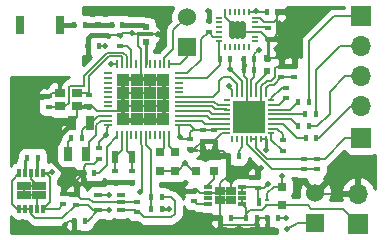
<source format=gtl>
G04 #@! TF.FileFunction,Copper,L1,Top,Signal*
%FSLAX46Y46*%
G04 Gerber Fmt 4.6, Leading zero omitted, Abs format (unit mm)*
G04 Created by KiCad (PCBNEW 4.0.4-stable) date 06/27/18 00:46:23*
%MOMM*%
%LPD*%
G01*
G04 APERTURE LIST*
%ADD10C,0.150000*%
%ADD11R,1.700000X1.700000*%
%ADD12O,1.700000X1.700000*%
%ADD13R,0.398780X0.599440*%
%ADD14R,0.650000X0.400000*%
%ADD15R,0.800000X0.800000*%
%ADD16R,0.599440X0.398780*%
%ADD17O,0.600000X0.200000*%
%ADD18R,0.600000X0.200000*%
%ADD19O,0.200000X0.600000*%
%ADD20R,0.200000X0.600000*%
%ADD21R,1.325000X1.325000*%
%ADD22R,0.300000X0.650000*%
%ADD23R,1.240000X0.775000*%
%ADD24R,0.200000X0.500000*%
%ADD25R,0.200000X0.550000*%
%ADD26R,0.500000X0.200000*%
%ADD27R,0.550000X0.200000*%
%ADD28R,0.700000X0.300000*%
%ADD29R,0.600000X0.600000*%
%ADD30R,1.524000X1.524000*%
%ADD31C,1.524000*%
%ADD32R,0.635000X1.143000*%
%ADD33R,0.900000X0.800000*%
%ADD34R,0.800000X1.600000*%
%ADD35R,0.200000X0.800000*%
%ADD36R,0.800000X0.200000*%
%ADD37R,1.112500X1.112500*%
%ADD38R,0.600000X1.100000*%
%ADD39R,0.500000X0.600000*%
%ADD40R,0.750000X0.300000*%
%ADD41R,0.875000X0.725000*%
%ADD42R,0.400000X0.700000*%
%ADD43R,0.400000X0.250000*%
%ADD44C,0.508000*%
%ADD45C,0.152000*%
%ADD46C,0.457200*%
%ADD47C,0.460000*%
%ADD48C,0.229000*%
%ADD49C,0.152400*%
%ADD50C,0.254000*%
G04 APERTURE END LIST*
D10*
D11*
X295990000Y-144510000D03*
D12*
X295990000Y-141970000D03*
D11*
X296270000Y-126950000D03*
D12*
X296270000Y-129490000D03*
X296270000Y-132030000D03*
X296270000Y-134570000D03*
D13*
X278480420Y-142290000D03*
X279379580Y-142290000D03*
D14*
X275900000Y-143360000D03*
X275900000Y-142060000D03*
X275900000Y-142710000D03*
X274000000Y-142060000D03*
X274000000Y-143360000D03*
D15*
X289520000Y-142980000D03*
X289520000Y-141380000D03*
D13*
X288310420Y-144010000D03*
X289209580Y-144010000D03*
X286530420Y-144010000D03*
X287429580Y-144010000D03*
X285199580Y-144020000D03*
X284300420Y-144020000D03*
D16*
X282140000Y-142639580D03*
X282140000Y-141740420D03*
X287490000Y-141469580D03*
X287490000Y-140570420D03*
D15*
X282240000Y-140050000D03*
X283840000Y-140050000D03*
D16*
X281800000Y-137320420D03*
X281800000Y-138219580D03*
D13*
X279379580Y-143270000D03*
X278480420Y-143270000D03*
D16*
X277310000Y-143549580D03*
X277310000Y-142650420D03*
D13*
X272849580Y-144260000D03*
X271950420Y-144260000D03*
D17*
X288660000Y-136870000D03*
D18*
X288660000Y-136470000D03*
X288660000Y-136070000D03*
X288660000Y-135670000D03*
X288660000Y-135270000D03*
X288660000Y-134870000D03*
X288660000Y-134470000D03*
D17*
X288660000Y-134070000D03*
D19*
X288160000Y-133570000D03*
D20*
X287760000Y-133570000D03*
X287360000Y-133570000D03*
X286960000Y-133570000D03*
X286560000Y-133570000D03*
X286160000Y-133570000D03*
X285760000Y-133570000D03*
D19*
X285360000Y-133570000D03*
D17*
X284860000Y-134070000D03*
D18*
X284860000Y-134470000D03*
X284860000Y-134870000D03*
X284860000Y-135270000D03*
X284860000Y-135670000D03*
X284860000Y-136070000D03*
X284860000Y-136470000D03*
D17*
X284860000Y-136870000D03*
D19*
X285360000Y-137370000D03*
D20*
X285760000Y-137370000D03*
X286160000Y-137370000D03*
X286560000Y-137370000D03*
X286960000Y-137370000D03*
X287360000Y-137370000D03*
X287760000Y-137370000D03*
D19*
X288160000Y-137370000D03*
D21*
X286097500Y-134807500D03*
X286097500Y-136132500D03*
X287422500Y-134807500D03*
X287422500Y-136132500D03*
D16*
X289890000Y-133899580D03*
X289890000Y-133000420D03*
X289600000Y-138359580D03*
X289600000Y-137460420D03*
X283830000Y-136610420D03*
X283830000Y-137509580D03*
X282840000Y-136610420D03*
X282840000Y-137509580D03*
D13*
X286320420Y-130570000D03*
X287219580Y-130570000D03*
D16*
X290600000Y-131190420D03*
X290600000Y-132089580D03*
D13*
X286320420Y-131520000D03*
X287219580Y-131520000D03*
D22*
X269320000Y-140200000D03*
X268820000Y-140200000D03*
X268320000Y-140200000D03*
X267820000Y-140200000D03*
X267320000Y-140200000D03*
X267320000Y-143300000D03*
X267820000Y-143300000D03*
X268320000Y-143300000D03*
X268820000Y-143300000D03*
X269320000Y-143300000D03*
D23*
X267700000Y-142137500D03*
X268940000Y-142137500D03*
X267700000Y-141362500D03*
X268940000Y-141362500D03*
D13*
X267990420Y-138970000D03*
X268889580Y-138970000D03*
D16*
X291385000Y-139909580D03*
X291385000Y-139010420D03*
X274070000Y-139049580D03*
X274070000Y-138150420D03*
D24*
X284750000Y-129580000D03*
D25*
X285150000Y-129580000D03*
X285550000Y-129580000D03*
X285950000Y-129580000D03*
X286350000Y-129580000D03*
D24*
X286750000Y-129580000D03*
D26*
X287250000Y-129080000D03*
D27*
X287250000Y-128680000D03*
X287250000Y-128280000D03*
X287250000Y-127880000D03*
X287250000Y-127480000D03*
D26*
X287250000Y-127080000D03*
D24*
X286750000Y-126580000D03*
D25*
X286350000Y-126580000D03*
X285950000Y-126580000D03*
X285550000Y-126580000D03*
X285150000Y-126580000D03*
D24*
X284750000Y-126580000D03*
D26*
X284250000Y-127080000D03*
D27*
X284250000Y-127480000D03*
X284250000Y-127880000D03*
X284250000Y-128280000D03*
X284250000Y-128680000D03*
D26*
X284250000Y-129080000D03*
D13*
X285179580Y-130610000D03*
X284280420Y-130610000D03*
D16*
X283340000Y-127360420D03*
X283340000Y-128259580D03*
D13*
X288260420Y-126590000D03*
X289159580Y-126590000D03*
D16*
X288390000Y-127960420D03*
X288390000Y-128859580D03*
D28*
X278326500Y-128500000D03*
D29*
X278000000Y-129112500D03*
X278000000Y-127887500D03*
D28*
X277637500Y-128500000D03*
D16*
X275840000Y-129489580D03*
X275840000Y-128590420D03*
D13*
X273150420Y-129450000D03*
X274049580Y-129450000D03*
D30*
X281500000Y-129560000D03*
D31*
X281500000Y-127020000D03*
D15*
X280490000Y-140050000D03*
X280490000Y-138450000D03*
D13*
X285889580Y-138790000D03*
X284990420Y-138790000D03*
D16*
X289500000Y-131220420D03*
X289500000Y-132119580D03*
X271040000Y-142899580D03*
X271040000Y-142000420D03*
X272140000Y-142909580D03*
X272140000Y-142010420D03*
X292485000Y-139909580D03*
X292485000Y-139010420D03*
D13*
X290940420Y-134190000D03*
X291839580Y-134190000D03*
X291520420Y-135270000D03*
X292419580Y-135270000D03*
X290950420Y-136290000D03*
X291849580Y-136290000D03*
X291560420Y-137280000D03*
X292459580Y-137280000D03*
D15*
X279240000Y-140050000D03*
X279240000Y-138450000D03*
D30*
X292380000Y-144450000D03*
D31*
X292380000Y-141910000D03*
D32*
X272932000Y-138620000D03*
X271408000Y-138620000D03*
D33*
X270800000Y-133500000D03*
X272200000Y-133500000D03*
X270800000Y-134600000D03*
X272200000Y-134600000D03*
D16*
X275450000Y-140100420D03*
X275450000Y-140999580D03*
D13*
X273649580Y-140200000D03*
X272750420Y-140200000D03*
D16*
X269800000Y-133750420D03*
X269800000Y-134649580D03*
X273200000Y-134549580D03*
X273200000Y-133650420D03*
X276850000Y-140100420D03*
X276850000Y-140999580D03*
D34*
X270745000Y-127673000D03*
X267345000Y-127673000D03*
D13*
X272849580Y-127700000D03*
X271950420Y-127700000D03*
D16*
X274000000Y-127650420D03*
X274000000Y-128549580D03*
D13*
X276049580Y-127700000D03*
X275150420Y-127700000D03*
X271730420Y-137270000D03*
X272629580Y-137270000D03*
D32*
X273262000Y-136000000D03*
X271738000Y-136000000D03*
D11*
X296270000Y-137280000D03*
D35*
X275600000Y-137000000D03*
X276000000Y-137000000D03*
X276400000Y-137000000D03*
X276800000Y-137000000D03*
X277200000Y-137000000D03*
X277600000Y-137000000D03*
X278000000Y-137000000D03*
X278400000Y-137000000D03*
X278800000Y-137000000D03*
X279200000Y-137000000D03*
X279600000Y-137000000D03*
X280000000Y-137000000D03*
D36*
X280800000Y-136200000D03*
X280800000Y-135800000D03*
X280800000Y-135400000D03*
X280800000Y-135000000D03*
X280800000Y-134600000D03*
X280800000Y-134200000D03*
X280800000Y-133800000D03*
X280800000Y-133400000D03*
X280800000Y-133000000D03*
X280800000Y-132600000D03*
X280800000Y-132200000D03*
X280800000Y-131800000D03*
D35*
X280000000Y-131000000D03*
X279600000Y-131000000D03*
X279200000Y-131000000D03*
X278800000Y-131000000D03*
X278400000Y-131000000D03*
X278000000Y-131000000D03*
X277600000Y-131000000D03*
X277200000Y-131000000D03*
X276800000Y-131000000D03*
X276400000Y-131000000D03*
X276000000Y-131000000D03*
X275600000Y-131000000D03*
D36*
X274800000Y-131800000D03*
X274800000Y-132200000D03*
X274800000Y-132600000D03*
X274800000Y-133000000D03*
X274800000Y-133400000D03*
X274800000Y-133800000D03*
X274800000Y-134200000D03*
X274800000Y-134600000D03*
X274800000Y-135000000D03*
X274800000Y-135400000D03*
X274800000Y-135800000D03*
X274800000Y-136200000D03*
D37*
X279468750Y-132331250D03*
X278356250Y-132331250D03*
X277243750Y-132331250D03*
X276131250Y-132331250D03*
X279468750Y-133443750D03*
X278356250Y-133443750D03*
X277243750Y-133443750D03*
X276131250Y-133443750D03*
X279468750Y-134556250D03*
X278356250Y-134556250D03*
X277243750Y-134556250D03*
X276131250Y-134556250D03*
X279468750Y-135668750D03*
X278356250Y-135668750D03*
X277243750Y-135668750D03*
X276131250Y-135668750D03*
D38*
X276850000Y-138850000D03*
X275450000Y-138850000D03*
D39*
X288280000Y-131610000D03*
X288280000Y-130510000D03*
D40*
X286210000Y-142890000D03*
X286210000Y-142390000D03*
X286210000Y-141890000D03*
X286210000Y-141390000D03*
X283310000Y-141390000D03*
X283310000Y-141890000D03*
X283310000Y-142390000D03*
X283310000Y-142890000D03*
D41*
X284322500Y-141777500D03*
X284322500Y-142502500D03*
X285197500Y-141777500D03*
X285197500Y-142502500D03*
D42*
X287610000Y-142730000D03*
D43*
X288310000Y-142955000D03*
X288310000Y-142505000D03*
D44*
X281380000Y-139390000D03*
X283330000Y-126550000D03*
X285179580Y-131429580D03*
X270070000Y-140110000D03*
X288240000Y-138300000D03*
X287570000Y-129800000D03*
X280880000Y-137160000D03*
X287340000Y-126490000D03*
X274640000Y-137010000D03*
X275120000Y-130980000D03*
X274580000Y-129450000D03*
X274870000Y-143370000D03*
X289520000Y-140520000D03*
X289860000Y-144040000D03*
X287740000Y-139830000D03*
X281100000Y-141780000D03*
X280000000Y-143270000D03*
X271200000Y-144600000D03*
X285030000Y-132840000D03*
X268940000Y-142137500D03*
X279070000Y-128500000D03*
X283750000Y-138380000D03*
X286070000Y-134870000D03*
X268986000Y-135610000D03*
X276820000Y-128420000D03*
X277520000Y-141870000D03*
X274870000Y-142070000D03*
X290000000Y-145010000D03*
X288340000Y-141140000D03*
D45*
X274100000Y-140200000D02*
X273649580Y-140200000D01*
X274730000Y-139570000D02*
X274100000Y-140200000D01*
X274730000Y-138010000D02*
X274730000Y-139570000D01*
X275600000Y-137140000D02*
X274730000Y-138010000D01*
X275600000Y-137000000D02*
X275600000Y-137140000D01*
X275600000Y-137000000D02*
X275550000Y-137000000D01*
D46*
X276049580Y-127700000D02*
X277800000Y-127700000D01*
X277800000Y-127700000D02*
X278000000Y-127900000D01*
D45*
X280800000Y-135000000D02*
X283390000Y-135000000D01*
X283660000Y-135270000D02*
X284860000Y-135270000D01*
X283390000Y-135000000D02*
X283660000Y-135270000D01*
X280800000Y-134200000D02*
X283840000Y-134200000D01*
X284110000Y-134470000D02*
X284860000Y-134470000D01*
X283840000Y-134200000D02*
X284110000Y-134470000D01*
X280000000Y-131000000D02*
X280920000Y-131000000D01*
X281500000Y-130420000D02*
X281500000Y-129560000D01*
X280920000Y-131000000D02*
X281500000Y-130420000D01*
X279600000Y-131000000D02*
X279600000Y-130480000D01*
X280360000Y-128160000D02*
X281500000Y-127020000D01*
X280360000Y-129720000D02*
X280360000Y-128160000D01*
X279600000Y-130480000D02*
X280360000Y-129720000D01*
X280800000Y-135800000D02*
X282750000Y-135800000D01*
X283020000Y-136070000D02*
X284860000Y-136070000D01*
X282750000Y-135800000D02*
X283020000Y-136070000D01*
D47*
X271950420Y-127700000D02*
X270772000Y-127700000D01*
X270772000Y-127700000D02*
X270745000Y-127673000D01*
D45*
X271408000Y-138620000D02*
X271408000Y-137592420D01*
X271408000Y-137592420D02*
X271730420Y-137270000D01*
X282240000Y-140050000D02*
X282040000Y-140050000D01*
X282040000Y-140050000D02*
X281380000Y-139390000D01*
X280490000Y-140050000D02*
X280720000Y-140050000D01*
X280720000Y-140050000D02*
X281380000Y-139390000D01*
X279240000Y-140050000D02*
X280490000Y-140050000D01*
X281800000Y-137320420D02*
X281800000Y-136800000D01*
X281989580Y-136610420D02*
X282840000Y-136610420D01*
X281800000Y-136800000D02*
X281989580Y-136610420D01*
X281800000Y-137320420D02*
X281040420Y-137320420D01*
X281040420Y-137320420D02*
X280880000Y-137160000D01*
D46*
X283340000Y-126560000D02*
X283340000Y-127360420D01*
X283330000Y-126550000D02*
X283340000Y-126560000D01*
D45*
X285179580Y-131370000D02*
X285179580Y-131429580D01*
X285179580Y-130610000D02*
X285179580Y-131370000D01*
X286160000Y-132410000D02*
X286160000Y-133570000D01*
X285179580Y-131429580D02*
X286160000Y-132410000D01*
X269320000Y-140200000D02*
X269980000Y-140200000D01*
X269980000Y-140200000D02*
X270070000Y-140110000D01*
D48*
X288160000Y-137370000D02*
X288160000Y-138220000D01*
X288160000Y-138220000D02*
X288240000Y-138300000D01*
D45*
X269320000Y-143300000D02*
X270639580Y-143300000D01*
X270639580Y-143300000D02*
X271040000Y-142899580D01*
D48*
X269320000Y-140200000D02*
X269560000Y-140200000D01*
D45*
X269900000Y-142720000D02*
X269320000Y-143300000D01*
X269900000Y-140540000D02*
X269900000Y-142720000D01*
X269560000Y-140200000D02*
X269900000Y-140540000D01*
X287219580Y-130570000D02*
X287219580Y-130150420D01*
X287219580Y-130150420D02*
X287570000Y-129800000D01*
X287219580Y-130570000D02*
X287219580Y-131520000D01*
X280880000Y-137160000D02*
X280880000Y-136970000D01*
X280880000Y-136970000D02*
X280800000Y-136890000D01*
X287760000Y-137370000D02*
X288160000Y-137370000D01*
X286960000Y-133570000D02*
X286960000Y-132330000D01*
X287219580Y-132070420D02*
X287219580Y-131520000D01*
X286960000Y-132330000D02*
X287219580Y-132070420D01*
X284860000Y-136470000D02*
X283970420Y-136470000D01*
X283970420Y-136470000D02*
X283830000Y-136610420D01*
X282840000Y-136610420D02*
X283830000Y-136610420D01*
X280800000Y-136200000D02*
X281760000Y-136200000D01*
X281760000Y-136200000D02*
X282170420Y-136610420D01*
X282170420Y-136610420D02*
X282840000Y-136610420D01*
X274070000Y-138150420D02*
X274070000Y-137580000D01*
X274070000Y-137580000D02*
X274640000Y-137010000D01*
X288260420Y-126590000D02*
X287440000Y-126590000D01*
X287440000Y-126590000D02*
X287340000Y-126490000D01*
X286750000Y-126580000D02*
X287250000Y-126580000D01*
X287250000Y-126580000D02*
X287340000Y-126490000D01*
X288250420Y-126580000D02*
X288260420Y-126590000D01*
X274660000Y-136990000D02*
X274800000Y-136200000D01*
X274640000Y-137010000D02*
X274660000Y-136990000D01*
X274049580Y-129450000D02*
X274580000Y-129450000D01*
X275140000Y-131000000D02*
X275600000Y-131000000D01*
X275120000Y-130980000D02*
X275140000Y-131000000D01*
X280800000Y-136200000D02*
X280800000Y-136890000D01*
X280800000Y-134600000D02*
X283610000Y-134600000D01*
X283860000Y-134850000D02*
X284840000Y-134850000D01*
X283610000Y-134600000D02*
X283860000Y-134850000D01*
X284840000Y-134850000D02*
X284860000Y-134870000D01*
X280800000Y-135400000D02*
X283190000Y-135400000D01*
X283460000Y-135670000D02*
X284860000Y-135670000D01*
X283190000Y-135400000D02*
X283460000Y-135670000D01*
X287360000Y-137370000D02*
X287360000Y-138120000D01*
X287360000Y-138120000D02*
X288250420Y-139010420D01*
X288250420Y-139010420D02*
X291385000Y-139010420D01*
X291385000Y-139010420D02*
X292485000Y-139010420D01*
X292485000Y-139010420D02*
X293189580Y-139010420D01*
X293189580Y-139010420D02*
X294920000Y-137280000D01*
X294920000Y-137280000D02*
X296270000Y-137280000D01*
X286960000Y-137370000D02*
X287360000Y-137370000D01*
X291839580Y-134190000D02*
X291839580Y-129030420D01*
X293920000Y-126950000D02*
X296270000Y-126950000D01*
X291839580Y-129030420D02*
X293920000Y-126950000D01*
X291849580Y-136290000D02*
X292500000Y-136290000D01*
X294920000Y-132030000D02*
X296270000Y-132030000D01*
X293590000Y-133360000D02*
X294920000Y-132030000D01*
X293590000Y-135200000D02*
X293590000Y-133360000D01*
X292500000Y-136290000D02*
X293590000Y-135200000D01*
X274000000Y-143360000D02*
X274860000Y-143360000D01*
X274860000Y-143360000D02*
X274870000Y-143370000D01*
X289520000Y-141380000D02*
X289520000Y-140520000D01*
X289830000Y-144010000D02*
X289209580Y-144010000D01*
X289860000Y-144040000D02*
X289830000Y-144010000D01*
X288310000Y-142505000D02*
X288310000Y-141930000D01*
X288860000Y-141380000D02*
X289520000Y-141380000D01*
X288310000Y-141930000D02*
X288860000Y-141380000D01*
X272140000Y-142909580D02*
X273099580Y-142909580D01*
X273099580Y-142909580D02*
X273550000Y-143360000D01*
X268320000Y-143300000D02*
X268320000Y-143730000D01*
X268320000Y-143730000D02*
X268670000Y-144080000D01*
X268670000Y-144080000D02*
X270969580Y-144080000D01*
X270969580Y-144080000D02*
X272140000Y-142909580D01*
X267910420Y-143390420D02*
X267820000Y-143300000D01*
X268320000Y-143300000D02*
X267820000Y-143300000D01*
X267320000Y-143300000D02*
X267820000Y-143300000D01*
X267320000Y-140200000D02*
X267320000Y-140240000D01*
X267320000Y-140240000D02*
X266660000Y-140900000D01*
X267100000Y-143300000D02*
X267320000Y-143300000D01*
X266660000Y-142860000D02*
X267100000Y-143300000D01*
X266660000Y-140900000D02*
X266660000Y-142860000D01*
X272849580Y-144260000D02*
X273100000Y-144260000D01*
X273100000Y-144260000D02*
X274000000Y-143360000D01*
X273550000Y-143360000D02*
X274000000Y-143360000D01*
X286560000Y-137370000D02*
X286560000Y-137800000D01*
X286560000Y-137800000D02*
X288669580Y-139909580D01*
X288669580Y-139909580D02*
X291385000Y-139909580D01*
X292485000Y-139909580D02*
X291385000Y-139909580D01*
D47*
X274000000Y-127699580D02*
X272850000Y-127699580D01*
X272850000Y-127699580D02*
X272849580Y-127700000D01*
X275150420Y-127700000D02*
X274000420Y-127700000D01*
X274000420Y-127700000D02*
X274000000Y-127699580D01*
D48*
X267820000Y-140200000D02*
X267820000Y-139140420D01*
X267820000Y-139140420D02*
X267990420Y-138970000D01*
D45*
X279600000Y-137000000D02*
X279600000Y-138090000D01*
X279600000Y-138090000D02*
X279240000Y-138450000D01*
X280000000Y-137000000D02*
X280000000Y-137960000D01*
X280000000Y-137960000D02*
X280490000Y-138450000D01*
X280800000Y-133800000D02*
X283730000Y-133800000D01*
X285760000Y-132720000D02*
X285760000Y-133570000D01*
X285160000Y-132120000D02*
X285760000Y-132720000D01*
X284600000Y-132120000D02*
X285160000Y-132120000D01*
X284260000Y-132460000D02*
X284600000Y-132120000D01*
X284260000Y-133270000D02*
X284260000Y-132460000D01*
X283730000Y-133800000D02*
X284260000Y-133270000D01*
X292459580Y-137280000D02*
X292650000Y-137280000D01*
X292650000Y-137280000D02*
X295360000Y-134570000D01*
X295360000Y-134570000D02*
X296270000Y-134570000D01*
X292419580Y-135270000D02*
X292419580Y-131550420D01*
X294480000Y-129490000D02*
X296270000Y-129490000D01*
X292419580Y-131550420D02*
X294480000Y-129490000D01*
X272629580Y-137270000D02*
X272629580Y-136632420D01*
X272629580Y-136632420D02*
X273262000Y-136000000D01*
X273262000Y-136000000D02*
X273350000Y-136000000D01*
X273350000Y-136000000D02*
X273950000Y-135400000D01*
X273950000Y-135400000D02*
X274800000Y-135400000D01*
X275000000Y-130040000D02*
X274720163Y-130049375D01*
X274720163Y-130049375D02*
X272760000Y-132040000D01*
X272760000Y-132040000D02*
X272770000Y-132030000D01*
X272770000Y-132030000D02*
X272770000Y-132830000D01*
X272770000Y-132830000D02*
X271600000Y-132830000D01*
X271600000Y-132830000D02*
X271490000Y-132940000D01*
X271490000Y-132940000D02*
X271490000Y-134310000D01*
X271490000Y-134310000D02*
X271200000Y-134600000D01*
X276400000Y-131000000D02*
X276400000Y-130330490D01*
X275395598Y-130045598D02*
X275000000Y-130040000D01*
X276115108Y-130045598D02*
X275395598Y-130045598D01*
X276400000Y-130330490D02*
X276115108Y-130045598D01*
X271200000Y-134600000D02*
X270800000Y-134600000D01*
X269800000Y-134649580D02*
X270750420Y-134649580D01*
X270800000Y-134600000D02*
X270950000Y-134600000D01*
X270750420Y-134649580D02*
X270800000Y-134600000D01*
D49*
X271050000Y-134650000D02*
X270800000Y-134650000D01*
X270799580Y-134649580D02*
X270800000Y-134650000D01*
D45*
X276000000Y-131000000D02*
X276000000Y-130450000D01*
X276000000Y-130450000D02*
X275900000Y-130350000D01*
X275900000Y-130350000D02*
X274900000Y-130350000D01*
X274900000Y-130350000D02*
X273200000Y-132050000D01*
X273200000Y-132050000D02*
X273200000Y-133650420D01*
X272200000Y-133500000D02*
X273049580Y-133500000D01*
X273049580Y-133500000D02*
X273200000Y-133650420D01*
X275450000Y-140100420D02*
X275450000Y-138850000D01*
X275450000Y-138850000D02*
X276000000Y-138300000D01*
X276000000Y-138300000D02*
X276000000Y-137000000D01*
X276850000Y-140100420D02*
X276850000Y-138850000D01*
X276400000Y-137000000D02*
X276400000Y-138400000D01*
X276400000Y-138400000D02*
X276850000Y-138850000D01*
X274800000Y-135800000D02*
X274240000Y-135800000D01*
X273200000Y-137640000D02*
X273200000Y-138352000D01*
X273840000Y-137000000D02*
X273200000Y-137640000D01*
X273840000Y-136200000D02*
X273840000Y-137000000D01*
X274240000Y-135800000D02*
X273840000Y-136200000D01*
X273200000Y-138352000D02*
X272932000Y-138620000D01*
D48*
X278000000Y-129100000D02*
X278000000Y-131000000D01*
D45*
X276800000Y-131000000D02*
X276800000Y-129850000D01*
X276439580Y-129489580D02*
X275840000Y-129489580D01*
X276800000Y-129850000D02*
X276439580Y-129489580D01*
X287250000Y-127880000D02*
X288309580Y-127880000D01*
X288309580Y-127880000D02*
X288390000Y-127960420D01*
X284250000Y-129080000D02*
X284250000Y-130579580D01*
X284250000Y-130579580D02*
X284280420Y-130610000D01*
X280800000Y-132200000D02*
X283200000Y-132200000D01*
X284280420Y-131119580D02*
X284280420Y-130610000D01*
X283200000Y-132200000D02*
X284280420Y-131119580D01*
X280800000Y-131800000D02*
X281550000Y-131800000D01*
X282710000Y-128889580D02*
X283340000Y-128259580D01*
X282710000Y-130640000D02*
X282710000Y-128889580D01*
X281550000Y-131800000D02*
X282710000Y-130640000D01*
X283340000Y-128259580D02*
X283340000Y-128310000D01*
X283340000Y-128310000D02*
X283710000Y-128680000D01*
X283710000Y-128680000D02*
X284250000Y-128680000D01*
X280900000Y-131800000D02*
X280950000Y-131800000D01*
D49*
X280900000Y-131800000D02*
X281100000Y-131800000D01*
D45*
X287490000Y-140570420D02*
X287490000Y-140080000D01*
X287490000Y-140080000D02*
X287740000Y-139830000D01*
X284300420Y-144020000D02*
X284300420Y-144370420D01*
X287429580Y-144420420D02*
X287429580Y-144010000D01*
X287180000Y-144670000D02*
X287429580Y-144420420D01*
X284600000Y-144670000D02*
X287180000Y-144670000D01*
X284300420Y-144370420D02*
X284600000Y-144670000D01*
X285197500Y-141777500D02*
X285197500Y-141042500D01*
X285669580Y-140570420D02*
X287490000Y-140570420D01*
X285197500Y-141042500D02*
X285669580Y-140570420D01*
D46*
X281139580Y-141740420D02*
X282140000Y-141740420D01*
X281100000Y-141780000D02*
X281139580Y-141740420D01*
D45*
X284990420Y-138790000D02*
X284990420Y-140449580D01*
X284322500Y-141117500D02*
X284322500Y-141777500D01*
X284990420Y-140449580D02*
X284322500Y-141117500D01*
X283310000Y-141890000D02*
X284210000Y-141890000D01*
X284210000Y-141890000D02*
X284322500Y-141777500D01*
X284322500Y-141777500D02*
X284322500Y-142502500D01*
X285197500Y-142502500D02*
X284322500Y-142502500D01*
X284322500Y-141777500D02*
X285197500Y-141777500D01*
X295990000Y-141970000D02*
X292440000Y-141970000D01*
X292440000Y-141970000D02*
X292380000Y-141910000D01*
X288310420Y-144010000D02*
X287429580Y-144010000D01*
X284300420Y-144020000D02*
X284300420Y-142524580D01*
X284300420Y-142524580D02*
X284322500Y-142502500D01*
X282140000Y-141740420D02*
X282440420Y-141740420D01*
X282440420Y-141740420D02*
X282590000Y-141890000D01*
X282590000Y-141890000D02*
X283310000Y-141890000D01*
D48*
X279379580Y-143270000D02*
X280000000Y-143270000D01*
D45*
X277310000Y-142650420D02*
X275959580Y-142650420D01*
X275959580Y-142650420D02*
X275900000Y-142710000D01*
X271950420Y-144260000D02*
X271540000Y-144260000D01*
X271540000Y-144260000D02*
X271200000Y-144600000D01*
X275900000Y-142710000D02*
X273520000Y-142710000D01*
X272569580Y-142440000D02*
X272140000Y-142010420D01*
X273250000Y-142440000D02*
X272569580Y-142440000D01*
X273520000Y-142710000D02*
X273250000Y-142440000D01*
X285360000Y-133170000D02*
X285030000Y-132840000D01*
X285360000Y-133570000D02*
X285360000Y-133170000D01*
X275840000Y-128590420D02*
X274800840Y-128590420D01*
X274800840Y-128590420D02*
X274760000Y-128549580D01*
X276820000Y-128420000D02*
X276010420Y-128420000D01*
X276010420Y-128420000D02*
X275840000Y-128590420D01*
X275909580Y-128800000D02*
X275729580Y-128620000D01*
X281800000Y-138219580D02*
X282130000Y-138219580D01*
X282130000Y-138219580D02*
X282840000Y-137509580D01*
X272140000Y-142010420D02*
X271050000Y-142010420D01*
X271050000Y-142010420D02*
X271040000Y-142000420D01*
D48*
X286097500Y-134807500D02*
X287422500Y-134807500D01*
D45*
X271040000Y-142000420D02*
X271040000Y-141910420D01*
X271040000Y-141910420D02*
X272750420Y-140200000D01*
X268820000Y-143300000D02*
X268820000Y-142257500D01*
X268820000Y-142257500D02*
X268940000Y-142137500D01*
X268809580Y-143310420D02*
X268820000Y-143300000D01*
X268940000Y-142137500D02*
X267700000Y-142137500D01*
X267700000Y-141362500D02*
X267700000Y-142137500D01*
X268940000Y-141362500D02*
X267700000Y-141362500D01*
X268320000Y-140200000D02*
X268320000Y-140742500D01*
X268320000Y-140742500D02*
X268940000Y-141362500D01*
D48*
X288390000Y-128859580D02*
X288390000Y-130400000D01*
X288390000Y-130400000D02*
X288280000Y-130510000D01*
D45*
X286320420Y-130570000D02*
X286320420Y-131520000D01*
X278326500Y-128500000D02*
X279070000Y-128500000D01*
X288280000Y-130510000D02*
X289290000Y-130510000D01*
X289500000Y-130720000D02*
X289500000Y-131220420D01*
X289290000Y-130510000D02*
X289500000Y-130720000D01*
X289500000Y-131220420D02*
X290570000Y-131220420D01*
X290570000Y-131220420D02*
X290600000Y-131190420D01*
X287760000Y-133570000D02*
X287760000Y-132910000D01*
X287760000Y-132910000D02*
X288260000Y-132410000D01*
X288260000Y-132410000D02*
X288630000Y-132410000D01*
X288630000Y-132410000D02*
X288930000Y-132110000D01*
X288930000Y-132110000D02*
X288930000Y-131380000D01*
X288930000Y-131380000D02*
X289089580Y-131220420D01*
X289089580Y-131220420D02*
X289500000Y-131220420D01*
X283750000Y-138380000D02*
X284580420Y-138380000D01*
X284580420Y-138380000D02*
X284990420Y-138790000D01*
X286560000Y-133570000D02*
X286560000Y-132250000D01*
X286320420Y-132010420D02*
X286320420Y-131520000D01*
X286560000Y-132250000D02*
X286320420Y-132010420D01*
X283830000Y-137509580D02*
X283830000Y-138300000D01*
X283830000Y-138300000D02*
X283750000Y-138380000D01*
X286070000Y-134870000D02*
X286097500Y-134842500D01*
X286097500Y-134842500D02*
X286097500Y-134807500D01*
X286560000Y-133570000D02*
X286560000Y-134345000D01*
X286560000Y-134345000D02*
X286097500Y-134807500D01*
X287760000Y-133570000D02*
X287760000Y-134470000D01*
X287760000Y-134470000D02*
X287422500Y-134807500D01*
X283830000Y-137509580D02*
X282840000Y-137509580D01*
X284860000Y-136870000D02*
X284469580Y-136870000D01*
X284469580Y-136870000D02*
X283830000Y-137509580D01*
D48*
X275450000Y-140999580D02*
X272999580Y-140999580D01*
X272750420Y-140750420D02*
X272750420Y-140200000D01*
X272999580Y-140999580D02*
X272750420Y-140750420D01*
D45*
X285597500Y-136112500D02*
X286922500Y-136112500D01*
X286922500Y-136112500D02*
X286922500Y-134787500D01*
X287260000Y-134450000D02*
X286922500Y-134787500D01*
X286060000Y-134325000D02*
X285597500Y-134787500D01*
D46*
X270230000Y-137508000D02*
X271738000Y-136000000D01*
X270230000Y-139280000D02*
X270230000Y-137508000D01*
D45*
X284750000Y-126580000D02*
X284750000Y-127040000D01*
X286460000Y-128280000D02*
X287250000Y-128280000D01*
X285720000Y-127540000D02*
X286460000Y-128280000D01*
X285250000Y-127540000D02*
X285720000Y-127540000D01*
X284750000Y-127040000D02*
X285250000Y-127540000D01*
X272750420Y-140200000D02*
X272750420Y-139709580D01*
X272750420Y-139709580D02*
X272950000Y-139510000D01*
X272950000Y-139510000D02*
X273609580Y-139510000D01*
X273609580Y-139510000D02*
X274070000Y-139049580D01*
X288390000Y-128859580D02*
X288760420Y-128859580D01*
X288760420Y-128859580D02*
X289159580Y-128460420D01*
X289159580Y-128460420D02*
X289159580Y-127160420D01*
X288390000Y-128859580D02*
X288540000Y-128859580D01*
X287250000Y-128280000D02*
X287810420Y-128280000D01*
X287810420Y-128280000D02*
X288390000Y-128859580D01*
X287250000Y-127080000D02*
X287660000Y-127080000D01*
X288900000Y-127420000D02*
X289159580Y-127160420D01*
X288000000Y-127420000D02*
X288900000Y-127420000D01*
X287660000Y-127080000D02*
X288000000Y-127420000D01*
X289159580Y-127160420D02*
X289159580Y-126590000D01*
D46*
X274000000Y-128549580D02*
X274760000Y-128549580D01*
X274760000Y-128549580D02*
X274830420Y-128620000D01*
D45*
X276900000Y-128500000D02*
X276820000Y-128420000D01*
X277637500Y-128500000D02*
X276900000Y-128500000D01*
X277637500Y-128500000D02*
X278326500Y-128500000D01*
X272750420Y-140200000D02*
X272750420Y-140375840D01*
D46*
X273150420Y-129450000D02*
X273150420Y-128799580D01*
X273400420Y-128549580D02*
X274000000Y-128549580D01*
X273150420Y-128799580D02*
X273400420Y-128549580D01*
X271150000Y-140200000D02*
X272750420Y-140200000D01*
X270230000Y-139280000D02*
X271150000Y-140200000D01*
D45*
X273200000Y-134549580D02*
X273449580Y-134549580D01*
X273449580Y-134549580D02*
X273900000Y-135000000D01*
X273900000Y-135000000D02*
X274800000Y-135000000D01*
X277600000Y-131000000D02*
X277600000Y-129700000D01*
X277350000Y-129450000D02*
X277350000Y-128500000D01*
X277600000Y-129700000D02*
X277350000Y-129450000D01*
X278356250Y-132331250D02*
X278356250Y-133443750D01*
X277243750Y-135668750D02*
X276131250Y-135668750D01*
X278356250Y-135668750D02*
X277243750Y-135668750D01*
X279468750Y-135668750D02*
X278356250Y-135668750D01*
X279468750Y-134556250D02*
X279468750Y-135668750D01*
X278356250Y-134556250D02*
X279468750Y-134556250D01*
X277243750Y-134556250D02*
X278356250Y-134556250D01*
X276131250Y-134556250D02*
X277243750Y-134556250D01*
X276131250Y-133443750D02*
X276131250Y-134556250D01*
X277243750Y-133443750D02*
X276131250Y-133443750D01*
X278356250Y-133443750D02*
X277243750Y-133443750D01*
X279468750Y-132331250D02*
X279468750Y-133443750D01*
X278356250Y-132331250D02*
X279468750Y-132331250D01*
X277243750Y-132331250D02*
X278356250Y-132331250D01*
X276131250Y-132331250D02*
X277243750Y-132331250D01*
X274800000Y-135000000D02*
X275687500Y-135000000D01*
X275687500Y-135000000D02*
X276131250Y-134556250D01*
X277600000Y-131000000D02*
X277600000Y-131975000D01*
X277600000Y-131975000D02*
X277243750Y-132331250D01*
D46*
X275450000Y-140999580D02*
X276100000Y-140999580D01*
X276100000Y-140999580D02*
X276850000Y-140999580D01*
D45*
X270800000Y-133500000D02*
X270050420Y-133500000D01*
X270050420Y-133500000D02*
X269800000Y-133750420D01*
X273200000Y-134549580D02*
X272250420Y-134549580D01*
X272250420Y-134549580D02*
X272200000Y-134600000D01*
X269800000Y-133750420D02*
X269093580Y-133750420D01*
X269093580Y-133750420D02*
X268986000Y-133858000D01*
X268986000Y-133858000D02*
X268986000Y-135610000D01*
X268986000Y-135610000D02*
X268986000Y-135636000D01*
X268986000Y-135636000D02*
X272034000Y-135636000D01*
X272034000Y-135636000D02*
X272200000Y-135470000D01*
X272200000Y-135470000D02*
X272200000Y-134650000D01*
D49*
X272300420Y-134549580D02*
X272200000Y-134650000D01*
D45*
X288660000Y-136870000D02*
X288660000Y-137419580D01*
X288660000Y-137419580D02*
X289600000Y-138359580D01*
X288660000Y-136470000D02*
X289130000Y-136470000D01*
X289600000Y-136940000D02*
X289600000Y-137460420D01*
X289130000Y-136470000D02*
X289600000Y-136940000D01*
X288660000Y-134470000D02*
X289319580Y-134470000D01*
X289319580Y-134470000D02*
X289890000Y-133899580D01*
X288660000Y-134070000D02*
X288660000Y-133870000D01*
X289529580Y-133000420D02*
X289890000Y-133000420D01*
X288660000Y-133870000D02*
X289529580Y-133000420D01*
X288160000Y-133570000D02*
X288160000Y-133070000D01*
X288869580Y-132750000D02*
X289500000Y-132119580D01*
X288480000Y-132750000D02*
X288869580Y-132750000D01*
X288160000Y-133070000D02*
X288480000Y-132750000D01*
X290600000Y-132089580D02*
X289530000Y-132089580D01*
X289530000Y-132089580D02*
X289500000Y-132119580D01*
X287360000Y-133570000D02*
X287360000Y-132670000D01*
X287360000Y-132670000D02*
X288280000Y-131750000D01*
X288280000Y-131750000D02*
X288280000Y-131610000D01*
X286160000Y-137370000D02*
X286160000Y-138060000D01*
X285889580Y-138330420D02*
X285889580Y-138790000D01*
X286160000Y-138060000D02*
X285889580Y-138330420D01*
D48*
X268820000Y-140200000D02*
X268820000Y-139039580D01*
X268820000Y-139039580D02*
X268889580Y-138970000D01*
D45*
X288660000Y-136070000D02*
X289600000Y-136070000D01*
X290810000Y-137280000D02*
X291560420Y-137280000D01*
X289600000Y-136070000D02*
X290810000Y-137280000D01*
X288660000Y-135670000D02*
X290330420Y-135670000D01*
X290330420Y-135670000D02*
X290950420Y-136290000D01*
X288660000Y-135270000D02*
X291520420Y-135270000D01*
X288660000Y-134870000D02*
X290260420Y-134870000D01*
X290260420Y-134870000D02*
X290940420Y-134190000D01*
X277310000Y-143549580D02*
X277459580Y-143549580D01*
X277459580Y-143549580D02*
X277910000Y-144000000D01*
X280180000Y-142290000D02*
X279379580Y-142290000D01*
X280520000Y-142630000D02*
X280180000Y-142290000D01*
X280520000Y-143670000D02*
X280520000Y-142630000D01*
X280190000Y-144000000D02*
X280520000Y-143670000D01*
X277910000Y-144000000D02*
X280190000Y-144000000D01*
X275900000Y-143360000D02*
X277120420Y-143360000D01*
X277120420Y-143360000D02*
X277310000Y-143549580D01*
X278000000Y-137000000D02*
X278000000Y-137830000D01*
X278480420Y-138310420D02*
X278480420Y-142290000D01*
X278000000Y-137830000D02*
X278480420Y-138310420D01*
X278480420Y-142290000D02*
X278480420Y-143270000D01*
X274000000Y-142060000D02*
X274860000Y-142060000D01*
X277600000Y-137820000D02*
X277600000Y-137000000D01*
X277690000Y-137910000D02*
X277600000Y-137820000D01*
X277690000Y-141700000D02*
X277690000Y-137910000D01*
X277520000Y-141870000D02*
X277690000Y-141700000D01*
X274860000Y-142060000D02*
X274870000Y-142070000D01*
X288310000Y-142955000D02*
X289495000Y-142955000D01*
X289495000Y-142955000D02*
X289520000Y-142980000D01*
X286530420Y-144010000D02*
X286530420Y-143719580D01*
X286530420Y-143719580D02*
X286880000Y-143370000D01*
X287895000Y-143370000D02*
X288310000Y-142955000D01*
X286880000Y-143370000D02*
X287895000Y-143370000D01*
X289520000Y-142980000D02*
X291740000Y-142980000D01*
X294720000Y-143240000D02*
X295990000Y-144510000D01*
X292000000Y-143240000D02*
X294720000Y-143240000D01*
X291740000Y-142980000D02*
X292000000Y-143240000D01*
X285199580Y-144020000D02*
X286520420Y-144020000D01*
X286520420Y-144020000D02*
X286530420Y-144010000D01*
X286530420Y-144010000D02*
X286530420Y-143210420D01*
X286530420Y-143210420D02*
X286210000Y-142890000D01*
X286210000Y-142390000D02*
X286210000Y-142890000D01*
X283310000Y-141390000D02*
X283310000Y-141240000D01*
X283310000Y-141240000D02*
X283840000Y-140710000D01*
X283840000Y-140710000D02*
X283840000Y-140050000D01*
X283310000Y-142890000D02*
X282390420Y-142890000D01*
X282390420Y-142890000D02*
X282140000Y-142639580D01*
X287490000Y-141469580D02*
X288010420Y-141469580D01*
X290930000Y-144450000D02*
X290000000Y-145010000D01*
X290930000Y-144450000D02*
X292380000Y-144450000D01*
X288010420Y-141469580D02*
X288340000Y-141140000D01*
X287490000Y-141469580D02*
X287490000Y-142610000D01*
X286210000Y-141890000D02*
X286210000Y-141390000D01*
X286210000Y-141390000D02*
X287410420Y-141390000D01*
X287410420Y-141390000D02*
X287490000Y-141469580D01*
X287490000Y-142610000D02*
X287610000Y-142730000D01*
D50*
G36*
X281237118Y-143074287D02*
X281376190Y-143290411D01*
X281588390Y-143435401D01*
X281840280Y-143486410D01*
X282027835Y-143486410D01*
X282118332Y-143546878D01*
X282390420Y-143601000D01*
X282631255Y-143601000D01*
X282683110Y-143636431D01*
X282935000Y-143687440D01*
X283466030Y-143687440D01*
X283466030Y-143734250D01*
X283624780Y-143893000D01*
X284200725Y-143893000D01*
X284200725Y-143873000D01*
X284352750Y-143873000D01*
X284352750Y-144319720D01*
X284397028Y-144555037D01*
X284400115Y-144559834D01*
X284400115Y-144795970D01*
X284558865Y-144954720D01*
X284626119Y-144954720D01*
X284737329Y-144908655D01*
X284748300Y-144916151D01*
X285000190Y-144967160D01*
X285398970Y-144967160D01*
X285634287Y-144922882D01*
X285850411Y-144783810D01*
X285866429Y-144760367D01*
X285866940Y-144761161D01*
X286079140Y-144906151D01*
X286331030Y-144957160D01*
X286729810Y-144957160D01*
X286965127Y-144912882D01*
X286989364Y-144897286D01*
X287103881Y-144944720D01*
X287171135Y-144944720D01*
X287329885Y-144785970D01*
X287329885Y-144543615D01*
X287377250Y-144309720D01*
X287377250Y-144081000D01*
X287476030Y-144081000D01*
X287476030Y-144137002D01*
X287529275Y-144137002D01*
X287529275Y-144242505D01*
X287476030Y-144295750D01*
X287476030Y-144436030D01*
X287529275Y-144564575D01*
X287529275Y-144785970D01*
X287688025Y-144944720D01*
X287755279Y-144944720D01*
X287870000Y-144897201D01*
X287984721Y-144944720D01*
X288051975Y-144944720D01*
X288210725Y-144785970D01*
X288210725Y-144564575D01*
X288263970Y-144436030D01*
X288263970Y-144295750D01*
X288210725Y-144242505D01*
X288210725Y-144137000D01*
X288163420Y-144137000D01*
X288163420Y-144027608D01*
X288167088Y-144026878D01*
X288362750Y-143896141D01*
X288362750Y-144309720D01*
X288407028Y-144545037D01*
X288410115Y-144549834D01*
X288410115Y-144785970D01*
X288568865Y-144944720D01*
X288636119Y-144944720D01*
X288747329Y-144898655D01*
X288758300Y-144906151D01*
X289010190Y-144957160D01*
X289111045Y-144957160D01*
X289110846Y-145186057D01*
X289155860Y-145295000D01*
X266585000Y-145295000D01*
X266585000Y-143888542D01*
X266705910Y-144076441D01*
X266918110Y-144221431D01*
X267170000Y-144272440D01*
X267470000Y-144272440D01*
X267573671Y-144252933D01*
X267670000Y-144272440D01*
X267856934Y-144272440D01*
X268167247Y-144582753D01*
X268397912Y-144736878D01*
X268670000Y-144791000D01*
X270969580Y-144791000D01*
X271145052Y-144756096D01*
X271212703Y-144919419D01*
X271391332Y-145098047D01*
X271624721Y-145194720D01*
X271691975Y-145194720D01*
X271850725Y-145035970D01*
X271850725Y-144387000D01*
X271803420Y-144387000D01*
X271803420Y-144251666D01*
X271942086Y-144113000D01*
X272002750Y-144113000D01*
X272002750Y-144559720D01*
X272047028Y-144795037D01*
X272050115Y-144799834D01*
X272050115Y-145035970D01*
X272208865Y-145194720D01*
X272276119Y-145194720D01*
X272387329Y-145148655D01*
X272398300Y-145156151D01*
X272650190Y-145207160D01*
X273048970Y-145207160D01*
X273284287Y-145162882D01*
X273500411Y-145023810D01*
X273645401Y-144811610D01*
X273668637Y-144696869D01*
X274158066Y-144207440D01*
X274325000Y-144207440D01*
X274492631Y-144175898D01*
X274692391Y-144258846D01*
X275046057Y-144259154D01*
X275312391Y-144149107D01*
X275323110Y-144156431D01*
X275575000Y-144207440D01*
X276225000Y-144207440D01*
X276460317Y-144163162D01*
X276504094Y-144134992D01*
X276546190Y-144200411D01*
X276758390Y-144345401D01*
X277010280Y-144396410D01*
X277300904Y-144396410D01*
X277407247Y-144502753D01*
X277637912Y-144656878D01*
X277910000Y-144711000D01*
X280190000Y-144711000D01*
X280462088Y-144656878D01*
X280692753Y-144502753D01*
X280889756Y-144305750D01*
X283466030Y-144305750D01*
X283466030Y-144446030D01*
X283562703Y-144679419D01*
X283741332Y-144858047D01*
X283974721Y-144954720D01*
X284041975Y-144954720D01*
X284200725Y-144795970D01*
X284200725Y-144147000D01*
X283624780Y-144147000D01*
X283466030Y-144305750D01*
X280889756Y-144305750D01*
X281022753Y-144172753D01*
X281176878Y-143942088D01*
X281231000Y-143670000D01*
X281231000Y-143041773D01*
X281237118Y-143074287D01*
X281237118Y-143074287D01*
G37*
X281237118Y-143074287D02*
X281376190Y-143290411D01*
X281588390Y-143435401D01*
X281840280Y-143486410D01*
X282027835Y-143486410D01*
X282118332Y-143546878D01*
X282390420Y-143601000D01*
X282631255Y-143601000D01*
X282683110Y-143636431D01*
X282935000Y-143687440D01*
X283466030Y-143687440D01*
X283466030Y-143734250D01*
X283624780Y-143893000D01*
X284200725Y-143893000D01*
X284200725Y-143873000D01*
X284352750Y-143873000D01*
X284352750Y-144319720D01*
X284397028Y-144555037D01*
X284400115Y-144559834D01*
X284400115Y-144795970D01*
X284558865Y-144954720D01*
X284626119Y-144954720D01*
X284737329Y-144908655D01*
X284748300Y-144916151D01*
X285000190Y-144967160D01*
X285398970Y-144967160D01*
X285634287Y-144922882D01*
X285850411Y-144783810D01*
X285866429Y-144760367D01*
X285866940Y-144761161D01*
X286079140Y-144906151D01*
X286331030Y-144957160D01*
X286729810Y-144957160D01*
X286965127Y-144912882D01*
X286989364Y-144897286D01*
X287103881Y-144944720D01*
X287171135Y-144944720D01*
X287329885Y-144785970D01*
X287329885Y-144543615D01*
X287377250Y-144309720D01*
X287377250Y-144081000D01*
X287476030Y-144081000D01*
X287476030Y-144137002D01*
X287529275Y-144137002D01*
X287529275Y-144242505D01*
X287476030Y-144295750D01*
X287476030Y-144436030D01*
X287529275Y-144564575D01*
X287529275Y-144785970D01*
X287688025Y-144944720D01*
X287755279Y-144944720D01*
X287870000Y-144897201D01*
X287984721Y-144944720D01*
X288051975Y-144944720D01*
X288210725Y-144785970D01*
X288210725Y-144564575D01*
X288263970Y-144436030D01*
X288263970Y-144295750D01*
X288210725Y-144242505D01*
X288210725Y-144137000D01*
X288163420Y-144137000D01*
X288163420Y-144027608D01*
X288167088Y-144026878D01*
X288362750Y-143896141D01*
X288362750Y-144309720D01*
X288407028Y-144545037D01*
X288410115Y-144549834D01*
X288410115Y-144785970D01*
X288568865Y-144944720D01*
X288636119Y-144944720D01*
X288747329Y-144898655D01*
X288758300Y-144906151D01*
X289010190Y-144957160D01*
X289111045Y-144957160D01*
X289110846Y-145186057D01*
X289155860Y-145295000D01*
X266585000Y-145295000D01*
X266585000Y-143888542D01*
X266705910Y-144076441D01*
X266918110Y-144221431D01*
X267170000Y-144272440D01*
X267470000Y-144272440D01*
X267573671Y-144252933D01*
X267670000Y-144272440D01*
X267856934Y-144272440D01*
X268167247Y-144582753D01*
X268397912Y-144736878D01*
X268670000Y-144791000D01*
X270969580Y-144791000D01*
X271145052Y-144756096D01*
X271212703Y-144919419D01*
X271391332Y-145098047D01*
X271624721Y-145194720D01*
X271691975Y-145194720D01*
X271850725Y-145035970D01*
X271850725Y-144387000D01*
X271803420Y-144387000D01*
X271803420Y-144251666D01*
X271942086Y-144113000D01*
X272002750Y-144113000D01*
X272002750Y-144559720D01*
X272047028Y-144795037D01*
X272050115Y-144799834D01*
X272050115Y-145035970D01*
X272208865Y-145194720D01*
X272276119Y-145194720D01*
X272387329Y-145148655D01*
X272398300Y-145156151D01*
X272650190Y-145207160D01*
X273048970Y-145207160D01*
X273284287Y-145162882D01*
X273500411Y-145023810D01*
X273645401Y-144811610D01*
X273668637Y-144696869D01*
X274158066Y-144207440D01*
X274325000Y-144207440D01*
X274492631Y-144175898D01*
X274692391Y-144258846D01*
X275046057Y-144259154D01*
X275312391Y-144149107D01*
X275323110Y-144156431D01*
X275575000Y-144207440D01*
X276225000Y-144207440D01*
X276460317Y-144163162D01*
X276504094Y-144134992D01*
X276546190Y-144200411D01*
X276758390Y-144345401D01*
X277010280Y-144396410D01*
X277300904Y-144396410D01*
X277407247Y-144502753D01*
X277637912Y-144656878D01*
X277910000Y-144711000D01*
X280190000Y-144711000D01*
X280462088Y-144656878D01*
X280692753Y-144502753D01*
X280889756Y-144305750D01*
X283466030Y-144305750D01*
X283466030Y-144446030D01*
X283562703Y-144679419D01*
X283741332Y-144858047D01*
X283974721Y-144954720D01*
X284041975Y-144954720D01*
X284200725Y-144795970D01*
X284200725Y-144147000D01*
X283624780Y-144147000D01*
X283466030Y-144305750D01*
X280889756Y-144305750D01*
X281022753Y-144172753D01*
X281176878Y-143942088D01*
X281231000Y-143670000D01*
X281231000Y-143041773D01*
X281237118Y-143074287D01*
G36*
X279526580Y-143289000D02*
X279327250Y-143289000D01*
X279327250Y-143237160D01*
X279526580Y-143237160D01*
X279526580Y-143289000D01*
X279526580Y-143289000D01*
G37*
X279526580Y-143289000D02*
X279327250Y-143289000D01*
X279327250Y-143237160D01*
X279526580Y-143237160D01*
X279526580Y-143289000D01*
G36*
X294955910Y-138581441D02*
X295168110Y-138726431D01*
X295420000Y-138777440D01*
X297120000Y-138777440D01*
X297355317Y-138733162D01*
X297415000Y-138694757D01*
X297415000Y-141573331D01*
X297261645Y-141203076D01*
X296871358Y-140774817D01*
X296346892Y-140528514D01*
X296117000Y-140649181D01*
X296117000Y-141843000D01*
X296137000Y-141843000D01*
X296137000Y-142097000D01*
X296117000Y-142097000D01*
X296117000Y-142117000D01*
X295863000Y-142117000D01*
X295863000Y-142097000D01*
X294669845Y-142097000D01*
X294548524Y-142326890D01*
X294632235Y-142529000D01*
X293642406Y-142529000D01*
X293789144Y-142117698D01*
X293763889Y-141613110D01*
X294548524Y-141613110D01*
X294669845Y-141843000D01*
X295863000Y-141843000D01*
X295863000Y-140649181D01*
X295633108Y-140528514D01*
X295108642Y-140774817D01*
X294718355Y-141203076D01*
X294548524Y-141613110D01*
X293763889Y-141613110D01*
X293761362Y-141562632D01*
X293602397Y-141178857D01*
X293360213Y-141109392D01*
X292559605Y-141910000D01*
X292573748Y-141924143D01*
X292394143Y-142103748D01*
X292380000Y-142089605D01*
X292365858Y-142103748D01*
X292186253Y-141924143D01*
X292200395Y-141910000D01*
X291399787Y-141109392D01*
X291157603Y-141178857D01*
X290970856Y-141702302D01*
X290998638Y-142257368D01*
X291003456Y-142269000D01*
X290474461Y-142269000D01*
X290416241Y-142178523D01*
X290516431Y-142031890D01*
X290567440Y-141780000D01*
X290567440Y-140980000D01*
X290523162Y-140744683D01*
X290443304Y-140620580D01*
X290709250Y-140620580D01*
X290833390Y-140705401D01*
X291085280Y-140756410D01*
X291629121Y-140756410D01*
X291579392Y-140929787D01*
X292380000Y-141730395D01*
X293180608Y-140929787D01*
X293111143Y-140687603D01*
X293077055Y-140675442D01*
X293236161Y-140573060D01*
X293381151Y-140360860D01*
X293432160Y-140108970D01*
X293432160Y-139710190D01*
X293425445Y-139674503D01*
X293461668Y-139667298D01*
X293692333Y-139513173D01*
X294825981Y-138379525D01*
X294955910Y-138581441D01*
X294955910Y-138581441D01*
G37*
X294955910Y-138581441D02*
X295168110Y-138726431D01*
X295420000Y-138777440D01*
X297120000Y-138777440D01*
X297355317Y-138733162D01*
X297415000Y-138694757D01*
X297415000Y-141573331D01*
X297261645Y-141203076D01*
X296871358Y-140774817D01*
X296346892Y-140528514D01*
X296117000Y-140649181D01*
X296117000Y-141843000D01*
X296137000Y-141843000D01*
X296137000Y-142097000D01*
X296117000Y-142097000D01*
X296117000Y-142117000D01*
X295863000Y-142117000D01*
X295863000Y-142097000D01*
X294669845Y-142097000D01*
X294548524Y-142326890D01*
X294632235Y-142529000D01*
X293642406Y-142529000D01*
X293789144Y-142117698D01*
X293763889Y-141613110D01*
X294548524Y-141613110D01*
X294669845Y-141843000D01*
X295863000Y-141843000D01*
X295863000Y-140649181D01*
X295633108Y-140528514D01*
X295108642Y-140774817D01*
X294718355Y-141203076D01*
X294548524Y-141613110D01*
X293763889Y-141613110D01*
X293761362Y-141562632D01*
X293602397Y-141178857D01*
X293360213Y-141109392D01*
X292559605Y-141910000D01*
X292573748Y-141924143D01*
X292394143Y-142103748D01*
X292380000Y-142089605D01*
X292365858Y-142103748D01*
X292186253Y-141924143D01*
X292200395Y-141910000D01*
X291399787Y-141109392D01*
X291157603Y-141178857D01*
X290970856Y-141702302D01*
X290998638Y-142257368D01*
X291003456Y-142269000D01*
X290474461Y-142269000D01*
X290416241Y-142178523D01*
X290516431Y-142031890D01*
X290567440Y-141780000D01*
X290567440Y-140980000D01*
X290523162Y-140744683D01*
X290443304Y-140620580D01*
X290709250Y-140620580D01*
X290833390Y-140705401D01*
X291085280Y-140756410D01*
X291629121Y-140756410D01*
X291579392Y-140929787D01*
X292380000Y-141730395D01*
X293180608Y-140929787D01*
X293111143Y-140687603D01*
X293077055Y-140675442D01*
X293236161Y-140573060D01*
X293381151Y-140360860D01*
X293432160Y-140108970D01*
X293432160Y-139710190D01*
X293425445Y-139674503D01*
X293461668Y-139667298D01*
X293692333Y-139513173D01*
X294825981Y-138379525D01*
X294955910Y-138581441D01*
G36*
X281375910Y-140901441D02*
X281507682Y-140991477D01*
X281480581Y-141002703D01*
X281301953Y-141181332D01*
X281205280Y-141414721D01*
X281205280Y-141481975D01*
X281364030Y-141640725D01*
X282013000Y-141640725D01*
X282013000Y-141593420D01*
X282267000Y-141593420D01*
X282267000Y-141640725D01*
X282287000Y-141640725D01*
X282287000Y-141792750D01*
X281840280Y-141792750D01*
X281604963Y-141837028D01*
X281600166Y-141840115D01*
X281364030Y-141840115D01*
X281205280Y-141998865D01*
X281205280Y-142066119D01*
X281251345Y-142177329D01*
X281243849Y-142188300D01*
X281193044Y-142439183D01*
X281176878Y-142357912D01*
X281022753Y-142127247D01*
X280682753Y-141787247D01*
X280452088Y-141633122D01*
X280180000Y-141579000D01*
X280068903Y-141579000D01*
X280043060Y-141538839D01*
X279830860Y-141393849D01*
X279578970Y-141342840D01*
X279191420Y-141342840D01*
X279191420Y-141097440D01*
X279640000Y-141097440D01*
X279873260Y-141053549D01*
X280090000Y-141097440D01*
X280890000Y-141097440D01*
X281125317Y-141053162D01*
X281341441Y-140914090D01*
X281363384Y-140881975D01*
X281375910Y-140901441D01*
X281375910Y-140901441D01*
G37*
X281375910Y-140901441D02*
X281507682Y-140991477D01*
X281480581Y-141002703D01*
X281301953Y-141181332D01*
X281205280Y-141414721D01*
X281205280Y-141481975D01*
X281364030Y-141640725D01*
X282013000Y-141640725D01*
X282013000Y-141593420D01*
X282267000Y-141593420D01*
X282267000Y-141640725D01*
X282287000Y-141640725D01*
X282287000Y-141792750D01*
X281840280Y-141792750D01*
X281604963Y-141837028D01*
X281600166Y-141840115D01*
X281364030Y-141840115D01*
X281205280Y-141998865D01*
X281205280Y-142066119D01*
X281251345Y-142177329D01*
X281243849Y-142188300D01*
X281193044Y-142439183D01*
X281176878Y-142357912D01*
X281022753Y-142127247D01*
X280682753Y-141787247D01*
X280452088Y-141633122D01*
X280180000Y-141579000D01*
X280068903Y-141579000D01*
X280043060Y-141538839D01*
X279830860Y-141393849D01*
X279578970Y-141342840D01*
X279191420Y-141342840D01*
X279191420Y-141097440D01*
X279640000Y-141097440D01*
X279873260Y-141053549D01*
X280090000Y-141097440D01*
X280890000Y-141097440D01*
X281125317Y-141053162D01*
X281341441Y-140914090D01*
X281363384Y-140881975D01*
X281375910Y-140901441D01*
G36*
X271090500Y-139838940D02*
X271725500Y-139838940D01*
X271916030Y-139803089D01*
X271916030Y-139914250D01*
X272074780Y-140073000D01*
X272650725Y-140073000D01*
X272650725Y-140053000D01*
X272802750Y-140053000D01*
X272802750Y-140499720D01*
X272847028Y-140735037D01*
X272850115Y-140739834D01*
X272850115Y-140975970D01*
X273008865Y-141134720D01*
X273076119Y-141134720D01*
X273187329Y-141088655D01*
X273198300Y-141096151D01*
X273450190Y-141147160D01*
X273848970Y-141147160D01*
X274084287Y-141102882D01*
X274300411Y-140963810D01*
X274374639Y-140855173D01*
X274527308Y-140753163D01*
X274674030Y-140899885D01*
X274916385Y-140899885D01*
X275150280Y-140947250D01*
X275749720Y-140947250D01*
X275985037Y-140902972D01*
X275989834Y-140899885D01*
X276316385Y-140899885D01*
X276550280Y-140947250D01*
X276979000Y-140947250D01*
X276979000Y-141099275D01*
X276977000Y-141099275D01*
X276977000Y-141146580D01*
X276723000Y-141146580D01*
X276723000Y-141099275D01*
X275577000Y-141099275D01*
X275577000Y-141146580D01*
X275323000Y-141146580D01*
X275323000Y-141099275D01*
X274674030Y-141099275D01*
X274521045Y-141252260D01*
X274325000Y-141212560D01*
X273675000Y-141212560D01*
X273439683Y-141256838D01*
X273223559Y-141395910D01*
X273078569Y-141608110D01*
X273066885Y-141665806D01*
X272978047Y-141451332D01*
X272799419Y-141272703D01*
X272566030Y-141176030D01*
X272425750Y-141176030D01*
X272267000Y-141334780D01*
X272267000Y-141910725D01*
X272287000Y-141910725D01*
X272287000Y-142062750D01*
X271840280Y-142062750D01*
X271641702Y-142100115D01*
X271573615Y-142100115D01*
X271339720Y-142052750D01*
X270893000Y-142052750D01*
X270893000Y-141900725D01*
X270913000Y-141900725D01*
X270913000Y-141324780D01*
X271167000Y-141324780D01*
X271167000Y-141900725D01*
X271354030Y-141900725D01*
X271364030Y-141910725D01*
X272013000Y-141910725D01*
X272013000Y-141334780D01*
X271854250Y-141176030D01*
X271713970Y-141176030D01*
X271602071Y-141222380D01*
X271466030Y-141166030D01*
X271325750Y-141166030D01*
X271167000Y-141324780D01*
X270913000Y-141324780D01*
X270754250Y-141166030D01*
X270613970Y-141166030D01*
X270611000Y-141167260D01*
X270611000Y-140826083D01*
X270823218Y-140614236D01*
X270876570Y-140485750D01*
X271916030Y-140485750D01*
X271916030Y-140626030D01*
X272012703Y-140859419D01*
X272191332Y-141038047D01*
X272424721Y-141134720D01*
X272491975Y-141134720D01*
X272650725Y-140975970D01*
X272650725Y-140327000D01*
X272074780Y-140327000D01*
X271916030Y-140485750D01*
X270876570Y-140485750D01*
X270958846Y-140287609D01*
X270959154Y-139933943D01*
X270904321Y-139801238D01*
X271090500Y-139838940D01*
X271090500Y-139838940D01*
G37*
X271090500Y-139838940D02*
X271725500Y-139838940D01*
X271916030Y-139803089D01*
X271916030Y-139914250D01*
X272074780Y-140073000D01*
X272650725Y-140073000D01*
X272650725Y-140053000D01*
X272802750Y-140053000D01*
X272802750Y-140499720D01*
X272847028Y-140735037D01*
X272850115Y-140739834D01*
X272850115Y-140975970D01*
X273008865Y-141134720D01*
X273076119Y-141134720D01*
X273187329Y-141088655D01*
X273198300Y-141096151D01*
X273450190Y-141147160D01*
X273848970Y-141147160D01*
X274084287Y-141102882D01*
X274300411Y-140963810D01*
X274374639Y-140855173D01*
X274527308Y-140753163D01*
X274674030Y-140899885D01*
X274916385Y-140899885D01*
X275150280Y-140947250D01*
X275749720Y-140947250D01*
X275985037Y-140902972D01*
X275989834Y-140899885D01*
X276316385Y-140899885D01*
X276550280Y-140947250D01*
X276979000Y-140947250D01*
X276979000Y-141099275D01*
X276977000Y-141099275D01*
X276977000Y-141146580D01*
X276723000Y-141146580D01*
X276723000Y-141099275D01*
X275577000Y-141099275D01*
X275577000Y-141146580D01*
X275323000Y-141146580D01*
X275323000Y-141099275D01*
X274674030Y-141099275D01*
X274521045Y-141252260D01*
X274325000Y-141212560D01*
X273675000Y-141212560D01*
X273439683Y-141256838D01*
X273223559Y-141395910D01*
X273078569Y-141608110D01*
X273066885Y-141665806D01*
X272978047Y-141451332D01*
X272799419Y-141272703D01*
X272566030Y-141176030D01*
X272425750Y-141176030D01*
X272267000Y-141334780D01*
X272267000Y-141910725D01*
X272287000Y-141910725D01*
X272287000Y-142062750D01*
X271840280Y-142062750D01*
X271641702Y-142100115D01*
X271573615Y-142100115D01*
X271339720Y-142052750D01*
X270893000Y-142052750D01*
X270893000Y-141900725D01*
X270913000Y-141900725D01*
X270913000Y-141324780D01*
X271167000Y-141324780D01*
X271167000Y-141900725D01*
X271354030Y-141900725D01*
X271364030Y-141910725D01*
X272013000Y-141910725D01*
X272013000Y-141334780D01*
X271854250Y-141176030D01*
X271713970Y-141176030D01*
X271602071Y-141222380D01*
X271466030Y-141166030D01*
X271325750Y-141166030D01*
X271167000Y-141324780D01*
X270913000Y-141324780D01*
X270754250Y-141166030D01*
X270613970Y-141166030D01*
X270611000Y-141167260D01*
X270611000Y-140826083D01*
X270823218Y-140614236D01*
X270876570Y-140485750D01*
X271916030Y-140485750D01*
X271916030Y-140626030D01*
X272012703Y-140859419D01*
X272191332Y-141038047D01*
X272424721Y-141134720D01*
X272491975Y-141134720D01*
X272650725Y-140975970D01*
X272650725Y-140327000D01*
X272074780Y-140327000D01*
X271916030Y-140485750D01*
X270876570Y-140485750D01*
X270958846Y-140287609D01*
X270959154Y-139933943D01*
X270904321Y-139801238D01*
X271090500Y-139838940D01*
G36*
X283530280Y-137457250D02*
X283977000Y-137457250D01*
X283977000Y-137609275D01*
X283957000Y-137609275D01*
X283957000Y-138185220D01*
X284115750Y-138343970D01*
X284164314Y-138343970D01*
X284156030Y-138363970D01*
X284156030Y-138504250D01*
X284314780Y-138663000D01*
X284890725Y-138663000D01*
X284890725Y-138643000D01*
X285042750Y-138643000D01*
X285042750Y-139089720D01*
X285087028Y-139325037D01*
X285090115Y-139329834D01*
X285090115Y-139565970D01*
X285248865Y-139724720D01*
X285316119Y-139724720D01*
X285427329Y-139678655D01*
X285438300Y-139686151D01*
X285690190Y-139737160D01*
X286088970Y-139737160D01*
X286324287Y-139692882D01*
X286540411Y-139553810D01*
X286685401Y-139341610D01*
X286736410Y-139089720D01*
X286736410Y-138981916D01*
X287633137Y-139878643D01*
X287617000Y-139894780D01*
X287617000Y-140470725D01*
X287637000Y-140470725D01*
X287637000Y-140585634D01*
X287599819Y-140622750D01*
X287190280Y-140622750D01*
X286954963Y-140667028D01*
X286950166Y-140670115D01*
X286875741Y-140670115D01*
X286836890Y-140643569D01*
X286585000Y-140592560D01*
X285835000Y-140592560D01*
X285599683Y-140636838D01*
X285383559Y-140775910D01*
X285238569Y-140988110D01*
X285237317Y-140994292D01*
X285119698Y-140876673D01*
X284929740Y-140797990D01*
X284911750Y-140780000D01*
X284783061Y-140780000D01*
X284836431Y-140701890D01*
X284887440Y-140450000D01*
X284887440Y-140244721D01*
X286555280Y-140244721D01*
X286555280Y-140311975D01*
X286714030Y-140470725D01*
X287363000Y-140470725D01*
X287363000Y-139894780D01*
X287204250Y-139736030D01*
X287063970Y-139736030D01*
X286830581Y-139832703D01*
X286651953Y-140011332D01*
X286555280Y-140244721D01*
X284887440Y-140244721D01*
X284887440Y-139650000D01*
X284874653Y-139582042D01*
X284890725Y-139565970D01*
X284890725Y-138917000D01*
X284314780Y-138917000D01*
X284229220Y-139002560D01*
X283440000Y-139002560D01*
X283204683Y-139046838D01*
X283038523Y-139153759D01*
X282891890Y-139053569D01*
X282640000Y-139002560D01*
X282350145Y-139002560D01*
X282459419Y-138957297D01*
X282638047Y-138778668D01*
X282734720Y-138545279D01*
X282734720Y-138478025D01*
X282577458Y-138320763D01*
X282713000Y-138185220D01*
X282713000Y-137982855D01*
X282734720Y-137961135D01*
X282734720Y-137893881D01*
X282713000Y-137841444D01*
X282713000Y-137768025D01*
X282895280Y-137768025D01*
X282895280Y-137835279D01*
X282967000Y-138008426D01*
X282967000Y-138185220D01*
X283125750Y-138343970D01*
X283266030Y-138343970D01*
X283335000Y-138315402D01*
X283403970Y-138343970D01*
X283544250Y-138343970D01*
X283703000Y-138185220D01*
X283703000Y-138008426D01*
X283774720Y-137835279D01*
X283774720Y-137768025D01*
X283703000Y-137696305D01*
X283703000Y-137609275D01*
X282967000Y-137609275D01*
X282967000Y-137696305D01*
X282895280Y-137768025D01*
X282713000Y-137768025D01*
X282713000Y-137688497D01*
X282747160Y-137519810D01*
X282747160Y-137457250D01*
X283139720Y-137457250D01*
X283342169Y-137419157D01*
X283530280Y-137457250D01*
X283530280Y-137457250D01*
G37*
X283530280Y-137457250D02*
X283977000Y-137457250D01*
X283977000Y-137609275D01*
X283957000Y-137609275D01*
X283957000Y-138185220D01*
X284115750Y-138343970D01*
X284164314Y-138343970D01*
X284156030Y-138363970D01*
X284156030Y-138504250D01*
X284314780Y-138663000D01*
X284890725Y-138663000D01*
X284890725Y-138643000D01*
X285042750Y-138643000D01*
X285042750Y-139089720D01*
X285087028Y-139325037D01*
X285090115Y-139329834D01*
X285090115Y-139565970D01*
X285248865Y-139724720D01*
X285316119Y-139724720D01*
X285427329Y-139678655D01*
X285438300Y-139686151D01*
X285690190Y-139737160D01*
X286088970Y-139737160D01*
X286324287Y-139692882D01*
X286540411Y-139553810D01*
X286685401Y-139341610D01*
X286736410Y-139089720D01*
X286736410Y-138981916D01*
X287633137Y-139878643D01*
X287617000Y-139894780D01*
X287617000Y-140470725D01*
X287637000Y-140470725D01*
X287637000Y-140585634D01*
X287599819Y-140622750D01*
X287190280Y-140622750D01*
X286954963Y-140667028D01*
X286950166Y-140670115D01*
X286875741Y-140670115D01*
X286836890Y-140643569D01*
X286585000Y-140592560D01*
X285835000Y-140592560D01*
X285599683Y-140636838D01*
X285383559Y-140775910D01*
X285238569Y-140988110D01*
X285237317Y-140994292D01*
X285119698Y-140876673D01*
X284929740Y-140797990D01*
X284911750Y-140780000D01*
X284783061Y-140780000D01*
X284836431Y-140701890D01*
X284887440Y-140450000D01*
X284887440Y-140244721D01*
X286555280Y-140244721D01*
X286555280Y-140311975D01*
X286714030Y-140470725D01*
X287363000Y-140470725D01*
X287363000Y-139894780D01*
X287204250Y-139736030D01*
X287063970Y-139736030D01*
X286830581Y-139832703D01*
X286651953Y-140011332D01*
X286555280Y-140244721D01*
X284887440Y-140244721D01*
X284887440Y-139650000D01*
X284874653Y-139582042D01*
X284890725Y-139565970D01*
X284890725Y-138917000D01*
X284314780Y-138917000D01*
X284229220Y-139002560D01*
X283440000Y-139002560D01*
X283204683Y-139046838D01*
X283038523Y-139153759D01*
X282891890Y-139053569D01*
X282640000Y-139002560D01*
X282350145Y-139002560D01*
X282459419Y-138957297D01*
X282638047Y-138778668D01*
X282734720Y-138545279D01*
X282734720Y-138478025D01*
X282577458Y-138320763D01*
X282713000Y-138185220D01*
X282713000Y-137982855D01*
X282734720Y-137961135D01*
X282734720Y-137893881D01*
X282713000Y-137841444D01*
X282713000Y-137768025D01*
X282895280Y-137768025D01*
X282895280Y-137835279D01*
X282967000Y-138008426D01*
X282967000Y-138185220D01*
X283125750Y-138343970D01*
X283266030Y-138343970D01*
X283335000Y-138315402D01*
X283403970Y-138343970D01*
X283544250Y-138343970D01*
X283703000Y-138185220D01*
X283703000Y-138008426D01*
X283774720Y-137835279D01*
X283774720Y-137768025D01*
X283703000Y-137696305D01*
X283703000Y-137609275D01*
X282967000Y-137609275D01*
X282967000Y-137696305D01*
X282895280Y-137768025D01*
X282713000Y-137768025D01*
X282713000Y-137688497D01*
X282747160Y-137519810D01*
X282747160Y-137457250D01*
X283139720Y-137457250D01*
X283342169Y-137419157D01*
X283530280Y-137457250D01*
G36*
X271327912Y-132173122D02*
X271097247Y-132327247D01*
X270987247Y-132437247D01*
X270833122Y-132667912D01*
X270779000Y-132940000D01*
X270779000Y-133552560D01*
X270674135Y-133552560D01*
X270734720Y-133491975D01*
X270734720Y-133424721D01*
X270673000Y-133275716D01*
X270673000Y-132623750D01*
X270514250Y-132465000D01*
X270223691Y-132465000D01*
X269990302Y-132561673D01*
X269811673Y-132740301D01*
X269738884Y-132916030D01*
X269672998Y-132916030D01*
X269672998Y-133074778D01*
X269514250Y-132916030D01*
X269373970Y-132916030D01*
X269140581Y-133012703D01*
X268961953Y-133191332D01*
X268865280Y-133424721D01*
X268865280Y-133491975D01*
X269024030Y-133650725D01*
X269673000Y-133650725D01*
X269673000Y-133603420D01*
X269927000Y-133603420D01*
X269927000Y-133627000D01*
X269873750Y-133627000D01*
X269715000Y-133785750D01*
X269715000Y-133802750D01*
X269500280Y-133802750D01*
X269264963Y-133847028D01*
X269260166Y-133850115D01*
X269024030Y-133850115D01*
X268865280Y-134008865D01*
X268865280Y-134076119D01*
X268911345Y-134187329D01*
X268903849Y-134198300D01*
X268852840Y-134450190D01*
X268852840Y-134848970D01*
X268897118Y-135084287D01*
X269036190Y-135300411D01*
X269248390Y-135445401D01*
X269500280Y-135496410D01*
X269951724Y-135496410D01*
X270098110Y-135596431D01*
X270350000Y-135647440D01*
X270785500Y-135647440D01*
X270785500Y-135714250D01*
X270944250Y-135873000D01*
X271611000Y-135873000D01*
X271611000Y-135853000D01*
X271865000Y-135853000D01*
X271865000Y-135873000D01*
X271885000Y-135873000D01*
X271885000Y-136127000D01*
X271865000Y-136127000D01*
X271865000Y-136147000D01*
X271611000Y-136147000D01*
X271611000Y-136127000D01*
X270944250Y-136127000D01*
X270785500Y-136285750D01*
X270785500Y-136697810D01*
X270882173Y-136931199D01*
X270889933Y-136938959D01*
X270883590Y-136970280D01*
X270883590Y-137122079D01*
X270751122Y-137320332D01*
X270707332Y-137540477D01*
X270639059Y-137584410D01*
X270494069Y-137796610D01*
X270443060Y-138048500D01*
X270443060Y-139191500D01*
X270465678Y-139311705D01*
X270247609Y-139221154D01*
X269893943Y-139220846D01*
X269734082Y-139286899D01*
X269733071Y-139286209D01*
X269736410Y-139269720D01*
X269736410Y-138670280D01*
X269692132Y-138434963D01*
X269553060Y-138218839D01*
X269340860Y-138073849D01*
X269088970Y-138022840D01*
X268690190Y-138022840D01*
X268454873Y-138067118D01*
X268443016Y-138074748D01*
X268441700Y-138073849D01*
X268189810Y-138022840D01*
X267791030Y-138022840D01*
X267555713Y-138067118D01*
X267339589Y-138206190D01*
X267194599Y-138418390D01*
X267143590Y-138670280D01*
X267143590Y-138829595D01*
X267127552Y-138853598D01*
X267070499Y-139140420D01*
X267070500Y-139140425D01*
X267070500Y-139246282D01*
X266934683Y-139271838D01*
X266718559Y-139410910D01*
X266585000Y-139606380D01*
X266585000Y-132127000D01*
X271559782Y-132127000D01*
X271327912Y-132173122D01*
X271327912Y-132173122D01*
G37*
X271327912Y-132173122D02*
X271097247Y-132327247D01*
X270987247Y-132437247D01*
X270833122Y-132667912D01*
X270779000Y-132940000D01*
X270779000Y-133552560D01*
X270674135Y-133552560D01*
X270734720Y-133491975D01*
X270734720Y-133424721D01*
X270673000Y-133275716D01*
X270673000Y-132623750D01*
X270514250Y-132465000D01*
X270223691Y-132465000D01*
X269990302Y-132561673D01*
X269811673Y-132740301D01*
X269738884Y-132916030D01*
X269672998Y-132916030D01*
X269672998Y-133074778D01*
X269514250Y-132916030D01*
X269373970Y-132916030D01*
X269140581Y-133012703D01*
X268961953Y-133191332D01*
X268865280Y-133424721D01*
X268865280Y-133491975D01*
X269024030Y-133650725D01*
X269673000Y-133650725D01*
X269673000Y-133603420D01*
X269927000Y-133603420D01*
X269927000Y-133627000D01*
X269873750Y-133627000D01*
X269715000Y-133785750D01*
X269715000Y-133802750D01*
X269500280Y-133802750D01*
X269264963Y-133847028D01*
X269260166Y-133850115D01*
X269024030Y-133850115D01*
X268865280Y-134008865D01*
X268865280Y-134076119D01*
X268911345Y-134187329D01*
X268903849Y-134198300D01*
X268852840Y-134450190D01*
X268852840Y-134848970D01*
X268897118Y-135084287D01*
X269036190Y-135300411D01*
X269248390Y-135445401D01*
X269500280Y-135496410D01*
X269951724Y-135496410D01*
X270098110Y-135596431D01*
X270350000Y-135647440D01*
X270785500Y-135647440D01*
X270785500Y-135714250D01*
X270944250Y-135873000D01*
X271611000Y-135873000D01*
X271611000Y-135853000D01*
X271865000Y-135853000D01*
X271865000Y-135873000D01*
X271885000Y-135873000D01*
X271885000Y-136127000D01*
X271865000Y-136127000D01*
X271865000Y-136147000D01*
X271611000Y-136147000D01*
X271611000Y-136127000D01*
X270944250Y-136127000D01*
X270785500Y-136285750D01*
X270785500Y-136697810D01*
X270882173Y-136931199D01*
X270889933Y-136938959D01*
X270883590Y-136970280D01*
X270883590Y-137122079D01*
X270751122Y-137320332D01*
X270707332Y-137540477D01*
X270639059Y-137584410D01*
X270494069Y-137796610D01*
X270443060Y-138048500D01*
X270443060Y-139191500D01*
X270465678Y-139311705D01*
X270247609Y-139221154D01*
X269893943Y-139220846D01*
X269734082Y-139286899D01*
X269733071Y-139286209D01*
X269736410Y-139269720D01*
X269736410Y-138670280D01*
X269692132Y-138434963D01*
X269553060Y-138218839D01*
X269340860Y-138073849D01*
X269088970Y-138022840D01*
X268690190Y-138022840D01*
X268454873Y-138067118D01*
X268443016Y-138074748D01*
X268441700Y-138073849D01*
X268189810Y-138022840D01*
X267791030Y-138022840D01*
X267555713Y-138067118D01*
X267339589Y-138206190D01*
X267194599Y-138418390D01*
X267143590Y-138670280D01*
X267143590Y-138829595D01*
X267127552Y-138853598D01*
X267070499Y-139140420D01*
X267070500Y-139140425D01*
X267070500Y-139246282D01*
X266934683Y-139271838D01*
X266718559Y-139410910D01*
X266585000Y-139606380D01*
X266585000Y-132127000D01*
X271559782Y-132127000D01*
X271327912Y-132173122D01*
G36*
X282180581Y-138247297D02*
X282354351Y-138319275D01*
X281927000Y-138319275D01*
X281927000Y-138366580D01*
X281673000Y-138366580D01*
X281673000Y-138319275D01*
X281653000Y-138319275D01*
X281653000Y-138167250D01*
X282099720Y-138167250D01*
X282100405Y-138167121D01*
X282180581Y-138247297D01*
X282180581Y-138247297D01*
G37*
X282180581Y-138247297D02*
X282354351Y-138319275D01*
X281927000Y-138319275D01*
X281927000Y-138366580D01*
X281673000Y-138366580D01*
X281673000Y-138319275D01*
X281653000Y-138319275D01*
X281653000Y-138167250D01*
X282099720Y-138167250D01*
X282100405Y-138167121D01*
X282180581Y-138247297D01*
G36*
X286224500Y-134680500D02*
X287295500Y-134680500D01*
X287295500Y-134660500D01*
X287549500Y-134660500D01*
X287549500Y-134680500D01*
X287569500Y-134680500D01*
X287569500Y-134934500D01*
X287549500Y-134934500D01*
X287549500Y-136005500D01*
X287569500Y-136005500D01*
X287569500Y-136259500D01*
X287549500Y-136259500D01*
X287549500Y-136279500D01*
X287295500Y-136279500D01*
X287295500Y-136259500D01*
X286224500Y-136259500D01*
X286224500Y-136279500D01*
X285970500Y-136279500D01*
X285970500Y-136259500D01*
X285950500Y-136259500D01*
X285950500Y-136005500D01*
X285970500Y-136005500D01*
X285970500Y-135093250D01*
X286125000Y-135093250D01*
X286125000Y-135846750D01*
X286224500Y-135946250D01*
X286224500Y-136005500D01*
X286283750Y-136005500D01*
X286383250Y-136105000D01*
X287136750Y-136105000D01*
X287236250Y-136005500D01*
X287295500Y-136005500D01*
X287295500Y-135946250D01*
X287395000Y-135846750D01*
X287395000Y-135093250D01*
X287295500Y-134993750D01*
X287295500Y-134934500D01*
X287236250Y-134934500D01*
X287136750Y-134835000D01*
X286383250Y-134835000D01*
X286283750Y-134934500D01*
X286224500Y-134934500D01*
X286224500Y-134993750D01*
X286125000Y-135093250D01*
X285970500Y-135093250D01*
X285970500Y-134934500D01*
X285950500Y-134934500D01*
X285950500Y-134680500D01*
X285970500Y-134680500D01*
X285970500Y-134660500D01*
X286224500Y-134660500D01*
X286224500Y-134680500D01*
X286224500Y-134680500D01*
G37*
X286224500Y-134680500D02*
X287295500Y-134680500D01*
X287295500Y-134660500D01*
X287549500Y-134660500D01*
X287549500Y-134680500D01*
X287569500Y-134680500D01*
X287569500Y-134934500D01*
X287549500Y-134934500D01*
X287549500Y-136005500D01*
X287569500Y-136005500D01*
X287569500Y-136259500D01*
X287549500Y-136259500D01*
X287549500Y-136279500D01*
X287295500Y-136279500D01*
X287295500Y-136259500D01*
X286224500Y-136259500D01*
X286224500Y-136279500D01*
X285970500Y-136279500D01*
X285970500Y-136259500D01*
X285950500Y-136259500D01*
X285950500Y-136005500D01*
X285970500Y-136005500D01*
X285970500Y-135093250D01*
X286125000Y-135093250D01*
X286125000Y-135846750D01*
X286224500Y-135946250D01*
X286224500Y-136005500D01*
X286283750Y-136005500D01*
X286383250Y-136105000D01*
X287136750Y-136105000D01*
X287236250Y-136005500D01*
X287295500Y-136005500D01*
X287295500Y-135946250D01*
X287395000Y-135846750D01*
X287395000Y-135093250D01*
X287295500Y-134993750D01*
X287295500Y-134934500D01*
X287236250Y-134934500D01*
X287136750Y-134835000D01*
X286383250Y-134835000D01*
X286283750Y-134934500D01*
X286224500Y-134934500D01*
X286224500Y-134993750D01*
X286125000Y-135093250D01*
X285970500Y-135093250D01*
X285970500Y-134934500D01*
X285950500Y-134934500D01*
X285950500Y-134680500D01*
X285970500Y-134680500D01*
X285970500Y-134660500D01*
X286224500Y-134660500D01*
X286224500Y-134680500D01*
G36*
X276211250Y-132204250D02*
X277163750Y-132204250D01*
X277183750Y-132184250D01*
X277303750Y-132184250D01*
X277323750Y-132204250D01*
X278276250Y-132204250D01*
X278296250Y-132184250D01*
X278416250Y-132184250D01*
X278436250Y-132204250D01*
X279388750Y-132204250D01*
X279408750Y-132184250D01*
X279595750Y-132184250D01*
X279595750Y-132204250D01*
X279615750Y-132204250D01*
X279615750Y-132391250D01*
X279595750Y-132411250D01*
X279595750Y-133363750D01*
X279615750Y-133383750D01*
X279615750Y-133503750D01*
X279595750Y-133523750D01*
X279595750Y-134476250D01*
X279615750Y-134496250D01*
X279615750Y-134616250D01*
X279595750Y-134636250D01*
X279595750Y-135588750D01*
X279615750Y-135608750D01*
X279615750Y-135795750D01*
X279595750Y-135795750D01*
X279595750Y-135815750D01*
X279408750Y-135815750D01*
X279388750Y-135795750D01*
X278436250Y-135795750D01*
X278416250Y-135815750D01*
X278296250Y-135815750D01*
X278276250Y-135795750D01*
X277323750Y-135795750D01*
X277303750Y-135815750D01*
X277183750Y-135815750D01*
X277163750Y-135795750D01*
X276211250Y-135795750D01*
X276191250Y-135815750D01*
X276004250Y-135815750D01*
X276004250Y-135795750D01*
X275984250Y-135795750D01*
X275984250Y-135608750D01*
X276004250Y-135588750D01*
X276004250Y-134636250D01*
X275984250Y-134616250D01*
X275984250Y-134496250D01*
X276004250Y-134476250D01*
X276004250Y-133523750D01*
X275984250Y-133503750D01*
X275984250Y-133383750D01*
X276004250Y-133363750D01*
X276004250Y-132617000D01*
X276052500Y-132617000D01*
X276052500Y-133158000D01*
X276211250Y-133316750D01*
X276218725Y-133316750D01*
X276258250Y-133356276D01*
X276258250Y-133363750D01*
X276338250Y-133443750D01*
X276258250Y-133523750D01*
X276258250Y-133531224D01*
X276218725Y-133570750D01*
X276211250Y-133570750D01*
X276052500Y-133729500D01*
X276052500Y-134270500D01*
X276211250Y-134429250D01*
X276218725Y-134429250D01*
X276258250Y-134468776D01*
X276258250Y-134476250D01*
X276338250Y-134556250D01*
X276258250Y-134636250D01*
X276258250Y-134643724D01*
X276218725Y-134683250D01*
X276211250Y-134683250D01*
X276052500Y-134842000D01*
X276052500Y-135383000D01*
X276211250Y-135541750D01*
X276218725Y-135541750D01*
X276258250Y-135581276D01*
X276258250Y-135588750D01*
X276417000Y-135747500D01*
X276958000Y-135747500D01*
X277116750Y-135588750D01*
X277116750Y-135581276D01*
X277156275Y-135541750D01*
X277163750Y-135541750D01*
X277243750Y-135461750D01*
X277323750Y-135541750D01*
X277331225Y-135541750D01*
X277370750Y-135581276D01*
X277370750Y-135588750D01*
X277529500Y-135747500D01*
X278070500Y-135747500D01*
X278229250Y-135588750D01*
X278229250Y-135581276D01*
X278268775Y-135541750D01*
X278276250Y-135541750D01*
X278356250Y-135461750D01*
X278436250Y-135541750D01*
X278443725Y-135541750D01*
X278483250Y-135581276D01*
X278483250Y-135588750D01*
X278642000Y-135747500D01*
X279183000Y-135747500D01*
X279341750Y-135588750D01*
X279341750Y-135581276D01*
X279381275Y-135541750D01*
X279388750Y-135541750D01*
X279547500Y-135383000D01*
X279547500Y-134842000D01*
X279388750Y-134683250D01*
X279381275Y-134683250D01*
X279341750Y-134643724D01*
X279341750Y-134636250D01*
X279261750Y-134556250D01*
X279341750Y-134476250D01*
X279341750Y-134468776D01*
X279381275Y-134429250D01*
X279388750Y-134429250D01*
X279547500Y-134270500D01*
X279547500Y-133729500D01*
X279388750Y-133570750D01*
X279381275Y-133570750D01*
X279341750Y-133531224D01*
X279341750Y-133523750D01*
X279261750Y-133443750D01*
X279341750Y-133363750D01*
X279341750Y-133356276D01*
X279381275Y-133316750D01*
X279388750Y-133316750D01*
X279547500Y-133158000D01*
X279547500Y-132617000D01*
X279388750Y-132458250D01*
X279381275Y-132458250D01*
X279341750Y-132418724D01*
X279341750Y-132411250D01*
X279183000Y-132252500D01*
X278642000Y-132252500D01*
X278483250Y-132411250D01*
X278483250Y-132418724D01*
X278443725Y-132458250D01*
X278436250Y-132458250D01*
X278356250Y-132538250D01*
X278276250Y-132458250D01*
X278268775Y-132458250D01*
X278229250Y-132418724D01*
X278229250Y-132411250D01*
X278070500Y-132252500D01*
X277529500Y-132252500D01*
X277370750Y-132411250D01*
X277370750Y-132418724D01*
X277331225Y-132458250D01*
X277323750Y-132458250D01*
X277243750Y-132538250D01*
X277163750Y-132458250D01*
X277156275Y-132458250D01*
X277116750Y-132418724D01*
X277116750Y-132411250D01*
X276958000Y-132252500D01*
X276417000Y-132252500D01*
X276258250Y-132411250D01*
X276258250Y-132418724D01*
X276218725Y-132458250D01*
X276211250Y-132458250D01*
X276052500Y-132617000D01*
X276004250Y-132617000D01*
X276004250Y-132411250D01*
X275984250Y-132391250D01*
X275984250Y-132204250D01*
X276004250Y-132204250D01*
X276004250Y-132184250D01*
X276191250Y-132184250D01*
X276211250Y-132204250D01*
X276211250Y-132204250D01*
G37*
X276211250Y-132204250D02*
X277163750Y-132204250D01*
X277183750Y-132184250D01*
X277303750Y-132184250D01*
X277323750Y-132204250D01*
X278276250Y-132204250D01*
X278296250Y-132184250D01*
X278416250Y-132184250D01*
X278436250Y-132204250D01*
X279388750Y-132204250D01*
X279408750Y-132184250D01*
X279595750Y-132184250D01*
X279595750Y-132204250D01*
X279615750Y-132204250D01*
X279615750Y-132391250D01*
X279595750Y-132411250D01*
X279595750Y-133363750D01*
X279615750Y-133383750D01*
X279615750Y-133503750D01*
X279595750Y-133523750D01*
X279595750Y-134476250D01*
X279615750Y-134496250D01*
X279615750Y-134616250D01*
X279595750Y-134636250D01*
X279595750Y-135588750D01*
X279615750Y-135608750D01*
X279615750Y-135795750D01*
X279595750Y-135795750D01*
X279595750Y-135815750D01*
X279408750Y-135815750D01*
X279388750Y-135795750D01*
X278436250Y-135795750D01*
X278416250Y-135815750D01*
X278296250Y-135815750D01*
X278276250Y-135795750D01*
X277323750Y-135795750D01*
X277303750Y-135815750D01*
X277183750Y-135815750D01*
X277163750Y-135795750D01*
X276211250Y-135795750D01*
X276191250Y-135815750D01*
X276004250Y-135815750D01*
X276004250Y-135795750D01*
X275984250Y-135795750D01*
X275984250Y-135608750D01*
X276004250Y-135588750D01*
X276004250Y-134636250D01*
X275984250Y-134616250D01*
X275984250Y-134496250D01*
X276004250Y-134476250D01*
X276004250Y-133523750D01*
X275984250Y-133503750D01*
X275984250Y-133383750D01*
X276004250Y-133363750D01*
X276004250Y-132617000D01*
X276052500Y-132617000D01*
X276052500Y-133158000D01*
X276211250Y-133316750D01*
X276218725Y-133316750D01*
X276258250Y-133356276D01*
X276258250Y-133363750D01*
X276338250Y-133443750D01*
X276258250Y-133523750D01*
X276258250Y-133531224D01*
X276218725Y-133570750D01*
X276211250Y-133570750D01*
X276052500Y-133729500D01*
X276052500Y-134270500D01*
X276211250Y-134429250D01*
X276218725Y-134429250D01*
X276258250Y-134468776D01*
X276258250Y-134476250D01*
X276338250Y-134556250D01*
X276258250Y-134636250D01*
X276258250Y-134643724D01*
X276218725Y-134683250D01*
X276211250Y-134683250D01*
X276052500Y-134842000D01*
X276052500Y-135383000D01*
X276211250Y-135541750D01*
X276218725Y-135541750D01*
X276258250Y-135581276D01*
X276258250Y-135588750D01*
X276417000Y-135747500D01*
X276958000Y-135747500D01*
X277116750Y-135588750D01*
X277116750Y-135581276D01*
X277156275Y-135541750D01*
X277163750Y-135541750D01*
X277243750Y-135461750D01*
X277323750Y-135541750D01*
X277331225Y-135541750D01*
X277370750Y-135581276D01*
X277370750Y-135588750D01*
X277529500Y-135747500D01*
X278070500Y-135747500D01*
X278229250Y-135588750D01*
X278229250Y-135581276D01*
X278268775Y-135541750D01*
X278276250Y-135541750D01*
X278356250Y-135461750D01*
X278436250Y-135541750D01*
X278443725Y-135541750D01*
X278483250Y-135581276D01*
X278483250Y-135588750D01*
X278642000Y-135747500D01*
X279183000Y-135747500D01*
X279341750Y-135588750D01*
X279341750Y-135581276D01*
X279381275Y-135541750D01*
X279388750Y-135541750D01*
X279547500Y-135383000D01*
X279547500Y-134842000D01*
X279388750Y-134683250D01*
X279381275Y-134683250D01*
X279341750Y-134643724D01*
X279341750Y-134636250D01*
X279261750Y-134556250D01*
X279341750Y-134476250D01*
X279341750Y-134468776D01*
X279381275Y-134429250D01*
X279388750Y-134429250D01*
X279547500Y-134270500D01*
X279547500Y-133729500D01*
X279388750Y-133570750D01*
X279381275Y-133570750D01*
X279341750Y-133531224D01*
X279341750Y-133523750D01*
X279261750Y-133443750D01*
X279341750Y-133363750D01*
X279341750Y-133356276D01*
X279381275Y-133316750D01*
X279388750Y-133316750D01*
X279547500Y-133158000D01*
X279547500Y-132617000D01*
X279388750Y-132458250D01*
X279381275Y-132458250D01*
X279341750Y-132418724D01*
X279341750Y-132411250D01*
X279183000Y-132252500D01*
X278642000Y-132252500D01*
X278483250Y-132411250D01*
X278483250Y-132418724D01*
X278443725Y-132458250D01*
X278436250Y-132458250D01*
X278356250Y-132538250D01*
X278276250Y-132458250D01*
X278268775Y-132458250D01*
X278229250Y-132418724D01*
X278229250Y-132411250D01*
X278070500Y-132252500D01*
X277529500Y-132252500D01*
X277370750Y-132411250D01*
X277370750Y-132418724D01*
X277331225Y-132458250D01*
X277323750Y-132458250D01*
X277243750Y-132538250D01*
X277163750Y-132458250D01*
X277156275Y-132458250D01*
X277116750Y-132418724D01*
X277116750Y-132411250D01*
X276958000Y-132252500D01*
X276417000Y-132252500D01*
X276258250Y-132411250D01*
X276258250Y-132418724D01*
X276218725Y-132458250D01*
X276211250Y-132458250D01*
X276052500Y-132617000D01*
X276004250Y-132617000D01*
X276004250Y-132411250D01*
X275984250Y-132391250D01*
X275984250Y-132204250D01*
X276004250Y-132204250D01*
X276004250Y-132184250D01*
X276191250Y-132184250D01*
X276211250Y-132204250D01*
G36*
X278436250Y-134429250D02*
X278443725Y-134429250D01*
X278483250Y-134468776D01*
X278483250Y-134476250D01*
X278563250Y-134556250D01*
X278483250Y-134636250D01*
X278483250Y-134643724D01*
X278443725Y-134683250D01*
X278436250Y-134683250D01*
X278356250Y-134763250D01*
X278276250Y-134683250D01*
X278268775Y-134683250D01*
X278229250Y-134643724D01*
X278229250Y-134636250D01*
X278149250Y-134556250D01*
X278229250Y-134476250D01*
X278229250Y-134468776D01*
X278268775Y-134429250D01*
X278276250Y-134429250D01*
X278356250Y-134349250D01*
X278436250Y-134429250D01*
X278436250Y-134429250D01*
G37*
X278436250Y-134429250D02*
X278443725Y-134429250D01*
X278483250Y-134468776D01*
X278483250Y-134476250D01*
X278563250Y-134556250D01*
X278483250Y-134636250D01*
X278483250Y-134643724D01*
X278443725Y-134683250D01*
X278436250Y-134683250D01*
X278356250Y-134763250D01*
X278276250Y-134683250D01*
X278268775Y-134683250D01*
X278229250Y-134643724D01*
X278229250Y-134636250D01*
X278149250Y-134556250D01*
X278229250Y-134476250D01*
X278229250Y-134468776D01*
X278268775Y-134429250D01*
X278276250Y-134429250D01*
X278356250Y-134349250D01*
X278436250Y-134429250D01*
G36*
X277323750Y-134429250D02*
X277331225Y-134429250D01*
X277370750Y-134468776D01*
X277370750Y-134476250D01*
X277450750Y-134556250D01*
X277370750Y-134636250D01*
X277370750Y-134643724D01*
X277331225Y-134683250D01*
X277323750Y-134683250D01*
X277243750Y-134763250D01*
X277163750Y-134683250D01*
X277156275Y-134683250D01*
X277116750Y-134643724D01*
X277116750Y-134636250D01*
X277036750Y-134556250D01*
X277116750Y-134476250D01*
X277116750Y-134468776D01*
X277156275Y-134429250D01*
X277163750Y-134429250D01*
X277243750Y-134349250D01*
X277323750Y-134429250D01*
X277323750Y-134429250D01*
G37*
X277323750Y-134429250D02*
X277331225Y-134429250D01*
X277370750Y-134468776D01*
X277370750Y-134476250D01*
X277450750Y-134556250D01*
X277370750Y-134636250D01*
X277370750Y-134643724D01*
X277331225Y-134683250D01*
X277323750Y-134683250D01*
X277243750Y-134763250D01*
X277163750Y-134683250D01*
X277156275Y-134683250D01*
X277116750Y-134643724D01*
X277116750Y-134636250D01*
X277036750Y-134556250D01*
X277116750Y-134476250D01*
X277116750Y-134468776D01*
X277156275Y-134429250D01*
X277163750Y-134429250D01*
X277243750Y-134349250D01*
X277323750Y-134429250D01*
G36*
X277323750Y-133316750D02*
X277331225Y-133316750D01*
X277370750Y-133356276D01*
X277370750Y-133363750D01*
X277450750Y-133443750D01*
X277370750Y-133523750D01*
X277370750Y-133531224D01*
X277331225Y-133570750D01*
X277323750Y-133570750D01*
X277243750Y-133650750D01*
X277163750Y-133570750D01*
X277156275Y-133570750D01*
X277116750Y-133531224D01*
X277116750Y-133523750D01*
X277036750Y-133443750D01*
X277116750Y-133363750D01*
X277116750Y-133356276D01*
X277156275Y-133316750D01*
X277163750Y-133316750D01*
X277243750Y-133236750D01*
X277323750Y-133316750D01*
X277323750Y-133316750D01*
G37*
X277323750Y-133316750D02*
X277331225Y-133316750D01*
X277370750Y-133356276D01*
X277370750Y-133363750D01*
X277450750Y-133443750D01*
X277370750Y-133523750D01*
X277370750Y-133531224D01*
X277331225Y-133570750D01*
X277323750Y-133570750D01*
X277243750Y-133650750D01*
X277163750Y-133570750D01*
X277156275Y-133570750D01*
X277116750Y-133531224D01*
X277116750Y-133523750D01*
X277036750Y-133443750D01*
X277116750Y-133363750D01*
X277116750Y-133356276D01*
X277156275Y-133316750D01*
X277163750Y-133316750D01*
X277243750Y-133236750D01*
X277323750Y-133316750D01*
G36*
X278436250Y-133316750D02*
X278443725Y-133316750D01*
X278483250Y-133356276D01*
X278483250Y-133363750D01*
X278563250Y-133443750D01*
X278483250Y-133523750D01*
X278483250Y-133531224D01*
X278443725Y-133570750D01*
X278436250Y-133570750D01*
X278356250Y-133650750D01*
X278276250Y-133570750D01*
X278268775Y-133570750D01*
X278229250Y-133531224D01*
X278229250Y-133523750D01*
X278149250Y-133443750D01*
X278229250Y-133363750D01*
X278229250Y-133356276D01*
X278268775Y-133316750D01*
X278276250Y-133316750D01*
X278356250Y-133236750D01*
X278436250Y-133316750D01*
X278436250Y-133316750D01*
G37*
X278436250Y-133316750D02*
X278443725Y-133316750D01*
X278483250Y-133356276D01*
X278483250Y-133363750D01*
X278563250Y-133443750D01*
X278483250Y-133523750D01*
X278483250Y-133531224D01*
X278443725Y-133570750D01*
X278436250Y-133570750D01*
X278356250Y-133650750D01*
X278276250Y-133570750D01*
X278268775Y-133570750D01*
X278229250Y-133531224D01*
X278229250Y-133523750D01*
X278149250Y-133443750D01*
X278229250Y-133363750D01*
X278229250Y-133356276D01*
X278268775Y-133316750D01*
X278276250Y-133316750D01*
X278356250Y-133236750D01*
X278436250Y-133316750D01*
G36*
X272900280Y-134497250D02*
X273347000Y-134497250D01*
X273347000Y-134649275D01*
X273327000Y-134649275D01*
X273327000Y-134696580D01*
X273073000Y-134696580D01*
X273073000Y-134649275D01*
X272424030Y-134649275D01*
X272346305Y-134727000D01*
X272327000Y-134727000D01*
X272327000Y-134746305D01*
X272326305Y-134747000D01*
X272073000Y-134747000D01*
X272073000Y-134727000D01*
X272053000Y-134727000D01*
X272053000Y-134722587D01*
X272146878Y-134582088D01*
X272153770Y-134547440D01*
X272650000Y-134547440D01*
X272885317Y-134503162D01*
X272895887Y-134496360D01*
X272900280Y-134497250D01*
X272900280Y-134497250D01*
G37*
X272900280Y-134497250D02*
X273347000Y-134497250D01*
X273347000Y-134649275D01*
X273327000Y-134649275D01*
X273327000Y-134696580D01*
X273073000Y-134696580D01*
X273073000Y-134649275D01*
X272424030Y-134649275D01*
X272346305Y-134727000D01*
X272327000Y-134727000D01*
X272327000Y-134746305D01*
X272326305Y-134747000D01*
X272073000Y-134747000D01*
X272073000Y-134727000D01*
X272053000Y-134727000D01*
X272053000Y-134722587D01*
X272146878Y-134582088D01*
X272153770Y-134547440D01*
X272650000Y-134547440D01*
X272885317Y-134503162D01*
X272895887Y-134496360D01*
X272900280Y-134497250D01*
G36*
X286250000Y-130502440D02*
X286372750Y-130502440D01*
X286372750Y-130869720D01*
X286406942Y-131051435D01*
X286372750Y-131220280D01*
X286372750Y-131617244D01*
X286173420Y-131417914D01*
X286173420Y-131393275D01*
X286173695Y-131393000D01*
X286220725Y-131393000D01*
X286220725Y-130697000D01*
X286173695Y-130697000D01*
X286173420Y-130696725D01*
X286173420Y-130486932D01*
X286250000Y-130502440D01*
X286250000Y-130502440D01*
G37*
X286250000Y-130502440D02*
X286372750Y-130502440D01*
X286372750Y-130869720D01*
X286406942Y-131051435D01*
X286372750Y-131220280D01*
X286372750Y-131617244D01*
X286173420Y-131417914D01*
X286173420Y-131393275D01*
X286173695Y-131393000D01*
X286220725Y-131393000D01*
X286220725Y-130697000D01*
X286173695Y-130697000D01*
X286173420Y-130696725D01*
X286173420Y-130486932D01*
X286250000Y-130502440D01*
G36*
X294772560Y-126239000D02*
X293920000Y-126239000D01*
X293647912Y-126293122D01*
X293417247Y-126447247D01*
X291336827Y-128527667D01*
X291182702Y-128758332D01*
X291128580Y-129030420D01*
X291128580Y-130398508D01*
X291026030Y-130356030D01*
X290885750Y-130356030D01*
X290727000Y-130514780D01*
X290727000Y-131090725D01*
X290747000Y-131090725D01*
X290747000Y-131242750D01*
X290300280Y-131242750D01*
X290064963Y-131287028D01*
X290060166Y-131290115D01*
X289885471Y-131290115D01*
X289799720Y-131272750D01*
X289353000Y-131272750D01*
X289353000Y-131120725D01*
X289373000Y-131120725D01*
X289373000Y-130544780D01*
X289627000Y-130544780D01*
X289627000Y-131120725D01*
X290275970Y-131120725D01*
X290305970Y-131090725D01*
X290473000Y-131090725D01*
X290473000Y-130514780D01*
X290314250Y-130356030D01*
X290173970Y-130356030D01*
X290013787Y-130422380D01*
X289926030Y-130386030D01*
X289785750Y-130386030D01*
X289627000Y-130544780D01*
X289373000Y-130544780D01*
X289214250Y-130386030D01*
X289165000Y-130386030D01*
X289165000Y-130382998D01*
X289006252Y-130382998D01*
X289165000Y-130224250D01*
X289165000Y-130083691D01*
X289068327Y-129850302D01*
X288889699Y-129671673D01*
X288879779Y-129667564D01*
X289049419Y-129597297D01*
X289228047Y-129418668D01*
X289324720Y-129185279D01*
X289324720Y-129118025D01*
X289165970Y-128959275D01*
X288517000Y-128959275D01*
X288517000Y-129006580D01*
X288263000Y-129006580D01*
X288263000Y-128959275D01*
X288243000Y-128959275D01*
X288243000Y-128807250D01*
X288689720Y-128807250D01*
X288925037Y-128762972D01*
X288929834Y-128759885D01*
X289165970Y-128759885D01*
X289324720Y-128601135D01*
X289324720Y-128533881D01*
X289278655Y-128422671D01*
X289286151Y-128411700D01*
X289337160Y-128159810D01*
X289337160Y-127761030D01*
X289292882Y-127525713D01*
X289286582Y-127515923D01*
X289286582Y-127393277D01*
X289418025Y-127524720D01*
X289485279Y-127524720D01*
X289718668Y-127428047D01*
X289897297Y-127249419D01*
X289993970Y-127016030D01*
X289993970Y-126875750D01*
X289835220Y-126717000D01*
X289259275Y-126717000D01*
X289259275Y-126737000D01*
X289107250Y-126737000D01*
X289107250Y-126443000D01*
X289259275Y-126443000D01*
X289259275Y-126463000D01*
X289835220Y-126463000D01*
X289993970Y-126304250D01*
X289993970Y-126185000D01*
X294772560Y-126185000D01*
X294772560Y-126239000D01*
X294772560Y-126239000D01*
G37*
X294772560Y-126239000D02*
X293920000Y-126239000D01*
X293647912Y-126293122D01*
X293417247Y-126447247D01*
X291336827Y-128527667D01*
X291182702Y-128758332D01*
X291128580Y-129030420D01*
X291128580Y-130398508D01*
X291026030Y-130356030D01*
X290885750Y-130356030D01*
X290727000Y-130514780D01*
X290727000Y-131090725D01*
X290747000Y-131090725D01*
X290747000Y-131242750D01*
X290300280Y-131242750D01*
X290064963Y-131287028D01*
X290060166Y-131290115D01*
X289885471Y-131290115D01*
X289799720Y-131272750D01*
X289353000Y-131272750D01*
X289353000Y-131120725D01*
X289373000Y-131120725D01*
X289373000Y-130544780D01*
X289627000Y-130544780D01*
X289627000Y-131120725D01*
X290275970Y-131120725D01*
X290305970Y-131090725D01*
X290473000Y-131090725D01*
X290473000Y-130514780D01*
X290314250Y-130356030D01*
X290173970Y-130356030D01*
X290013787Y-130422380D01*
X289926030Y-130386030D01*
X289785750Y-130386030D01*
X289627000Y-130544780D01*
X289373000Y-130544780D01*
X289214250Y-130386030D01*
X289165000Y-130386030D01*
X289165000Y-130382998D01*
X289006252Y-130382998D01*
X289165000Y-130224250D01*
X289165000Y-130083691D01*
X289068327Y-129850302D01*
X288889699Y-129671673D01*
X288879779Y-129667564D01*
X289049419Y-129597297D01*
X289228047Y-129418668D01*
X289324720Y-129185279D01*
X289324720Y-129118025D01*
X289165970Y-128959275D01*
X288517000Y-128959275D01*
X288517000Y-129006580D01*
X288263000Y-129006580D01*
X288263000Y-128959275D01*
X288243000Y-128959275D01*
X288243000Y-128807250D01*
X288689720Y-128807250D01*
X288925037Y-128762972D01*
X288929834Y-128759885D01*
X289165970Y-128759885D01*
X289324720Y-128601135D01*
X289324720Y-128533881D01*
X289278655Y-128422671D01*
X289286151Y-128411700D01*
X289337160Y-128159810D01*
X289337160Y-127761030D01*
X289292882Y-127525713D01*
X289286582Y-127515923D01*
X289286582Y-127393277D01*
X289418025Y-127524720D01*
X289485279Y-127524720D01*
X289718668Y-127428047D01*
X289897297Y-127249419D01*
X289993970Y-127016030D01*
X289993970Y-126875750D01*
X289835220Y-126717000D01*
X289259275Y-126717000D01*
X289259275Y-126737000D01*
X289107250Y-126737000D01*
X289107250Y-126443000D01*
X289259275Y-126443000D01*
X289259275Y-126463000D01*
X289835220Y-126463000D01*
X289993970Y-126304250D01*
X289993970Y-126185000D01*
X294772560Y-126185000D01*
X294772560Y-126239000D01*
G36*
X273202750Y-129749720D02*
X273247028Y-129985037D01*
X273250115Y-129989834D01*
X273250115Y-130225970D01*
X273400422Y-130376277D01*
X272677000Y-131110941D01*
X272677000Y-130323532D01*
X272824721Y-130384720D01*
X272891975Y-130384720D01*
X273050725Y-130225970D01*
X273050725Y-129577000D01*
X273003420Y-129577000D01*
X273003420Y-129323000D01*
X273050725Y-129323000D01*
X273050725Y-129303000D01*
X273202750Y-129303000D01*
X273202750Y-129749720D01*
X273202750Y-129749720D01*
G37*
X273202750Y-129749720D02*
X273247028Y-129985037D01*
X273250115Y-129989834D01*
X273250115Y-130225970D01*
X273400422Y-130376277D01*
X272677000Y-131110941D01*
X272677000Y-130323532D01*
X272824721Y-130384720D01*
X272891975Y-130384720D01*
X273050725Y-130225970D01*
X273050725Y-129577000D01*
X273003420Y-129577000D01*
X273003420Y-129323000D01*
X273050725Y-129323000D01*
X273050725Y-129303000D01*
X273202750Y-129303000D01*
X273202750Y-129749720D01*
G36*
X288405000Y-130383000D02*
X288427000Y-130383000D01*
X288427000Y-130637000D01*
X288405000Y-130637000D01*
X288405000Y-130657000D01*
X288155000Y-130657000D01*
X288155000Y-130637000D01*
X288133000Y-130637000D01*
X288133000Y-130494122D01*
X288264351Y-130363000D01*
X288405000Y-130363000D01*
X288405000Y-130383000D01*
X288405000Y-130383000D01*
G37*
X288405000Y-130383000D02*
X288427000Y-130383000D01*
X288427000Y-130637000D01*
X288405000Y-130637000D01*
X288405000Y-130657000D01*
X288155000Y-130657000D01*
X288155000Y-130637000D01*
X288133000Y-130637000D01*
X288133000Y-130494122D01*
X288264351Y-130363000D01*
X288405000Y-130363000D01*
X288405000Y-130383000D01*
G36*
X280316371Y-126227630D02*
X280103243Y-126740900D01*
X280102758Y-127296661D01*
X280136404Y-127378090D01*
X279857247Y-127657247D01*
X279703122Y-127887912D01*
X279649000Y-128160000D01*
X279649000Y-129425494D01*
X279121934Y-129952560D01*
X279100000Y-129952560D01*
X278996329Y-129972067D01*
X278900000Y-129952560D01*
X278749500Y-129952560D01*
X278749500Y-129877839D01*
X278751441Y-129876590D01*
X278896431Y-129664390D01*
X278947440Y-129412500D01*
X278947440Y-129225092D01*
X279036199Y-129188327D01*
X279214827Y-129009698D01*
X279311500Y-128776309D01*
X279311500Y-128733750D01*
X279152750Y-128575000D01*
X278901757Y-128575000D01*
X278854234Y-128501147D01*
X278896431Y-128439390D01*
X278899345Y-128425000D01*
X279152750Y-128425000D01*
X279311500Y-128266250D01*
X279311500Y-128223691D01*
X279214827Y-127990302D01*
X279036199Y-127811673D01*
X278947440Y-127774908D01*
X278947440Y-127587500D01*
X278903162Y-127352183D01*
X278764090Y-127136059D01*
X278551890Y-126991069D01*
X278300000Y-126940060D01*
X278187239Y-126940060D01*
X278130485Y-126902138D01*
X278121868Y-126900424D01*
X277800000Y-126836400D01*
X276548500Y-126836400D01*
X276500860Y-126803849D01*
X276248970Y-126752840D01*
X275850190Y-126752840D01*
X275614873Y-126797118D01*
X275603016Y-126804748D01*
X275601700Y-126803849D01*
X275349810Y-126752840D01*
X274951030Y-126752840D01*
X274715713Y-126797118D01*
X274656843Y-126835000D01*
X274454827Y-126835000D01*
X274299720Y-126803590D01*
X273700280Y-126803590D01*
X273535583Y-126834580D01*
X273345836Y-126834580D01*
X273300860Y-126803849D01*
X273048970Y-126752840D01*
X272677000Y-126752840D01*
X272677000Y-126185000D01*
X280359075Y-126185000D01*
X280316371Y-126227630D01*
X280316371Y-126227630D01*
G37*
X280316371Y-126227630D02*
X280103243Y-126740900D01*
X280102758Y-127296661D01*
X280136404Y-127378090D01*
X279857247Y-127657247D01*
X279703122Y-127887912D01*
X279649000Y-128160000D01*
X279649000Y-129425494D01*
X279121934Y-129952560D01*
X279100000Y-129952560D01*
X278996329Y-129972067D01*
X278900000Y-129952560D01*
X278749500Y-129952560D01*
X278749500Y-129877839D01*
X278751441Y-129876590D01*
X278896431Y-129664390D01*
X278947440Y-129412500D01*
X278947440Y-129225092D01*
X279036199Y-129188327D01*
X279214827Y-129009698D01*
X279311500Y-128776309D01*
X279311500Y-128733750D01*
X279152750Y-128575000D01*
X278901757Y-128575000D01*
X278854234Y-128501147D01*
X278896431Y-128439390D01*
X278899345Y-128425000D01*
X279152750Y-128425000D01*
X279311500Y-128266250D01*
X279311500Y-128223691D01*
X279214827Y-127990302D01*
X279036199Y-127811673D01*
X278947440Y-127774908D01*
X278947440Y-127587500D01*
X278903162Y-127352183D01*
X278764090Y-127136059D01*
X278551890Y-126991069D01*
X278300000Y-126940060D01*
X278187239Y-126940060D01*
X278130485Y-126902138D01*
X278121868Y-126900424D01*
X277800000Y-126836400D01*
X276548500Y-126836400D01*
X276500860Y-126803849D01*
X276248970Y-126752840D01*
X275850190Y-126752840D01*
X275614873Y-126797118D01*
X275603016Y-126804748D01*
X275601700Y-126803849D01*
X275349810Y-126752840D01*
X274951030Y-126752840D01*
X274715713Y-126797118D01*
X274656843Y-126835000D01*
X274454827Y-126835000D01*
X274299720Y-126803590D01*
X273700280Y-126803590D01*
X273535583Y-126834580D01*
X273345836Y-126834580D01*
X273300860Y-126803849D01*
X273048970Y-126752840D01*
X272677000Y-126752840D01*
X272677000Y-126185000D01*
X280359075Y-126185000D01*
X280316371Y-126227630D01*
G36*
X286250000Y-127502440D02*
X286327560Y-127502440D01*
X286327560Y-127580000D01*
X286347067Y-127683671D01*
X286327560Y-127780000D01*
X286327560Y-127980000D01*
X286340980Y-128051323D01*
X286340000Y-128053690D01*
X286340000Y-128071250D01*
X286345826Y-128077076D01*
X286371838Y-128215317D01*
X286412481Y-128278478D01*
X286378569Y-128328110D01*
X286347572Y-128481178D01*
X286340000Y-128488750D01*
X286340000Y-128506310D01*
X286341667Y-128510335D01*
X286327560Y-128580000D01*
X286327560Y-128657560D01*
X286250000Y-128657560D01*
X286146329Y-128677067D01*
X286050000Y-128657560D01*
X285850000Y-128657560D01*
X285746329Y-128677067D01*
X285650000Y-128657560D01*
X285450000Y-128657560D01*
X285346329Y-128677067D01*
X285250000Y-128657560D01*
X285172440Y-128657560D01*
X285172440Y-128580000D01*
X285152933Y-128476329D01*
X285172440Y-128380000D01*
X285172440Y-128180000D01*
X285152933Y-128076329D01*
X285172440Y-127980000D01*
X285172440Y-127780000D01*
X285152933Y-127676329D01*
X285172440Y-127580000D01*
X285172440Y-127502440D01*
X285250000Y-127502440D01*
X285353671Y-127482933D01*
X285450000Y-127502440D01*
X285650000Y-127502440D01*
X285753671Y-127482933D01*
X285850000Y-127502440D01*
X286050000Y-127502440D01*
X286153671Y-127482933D01*
X286250000Y-127502440D01*
X286250000Y-127502440D01*
G37*
X286250000Y-127502440D02*
X286327560Y-127502440D01*
X286327560Y-127580000D01*
X286347067Y-127683671D01*
X286327560Y-127780000D01*
X286327560Y-127980000D01*
X286340980Y-128051323D01*
X286340000Y-128053690D01*
X286340000Y-128071250D01*
X286345826Y-128077076D01*
X286371838Y-128215317D01*
X286412481Y-128278478D01*
X286378569Y-128328110D01*
X286347572Y-128481178D01*
X286340000Y-128488750D01*
X286340000Y-128506310D01*
X286341667Y-128510335D01*
X286327560Y-128580000D01*
X286327560Y-128657560D01*
X286250000Y-128657560D01*
X286146329Y-128677067D01*
X286050000Y-128657560D01*
X285850000Y-128657560D01*
X285746329Y-128677067D01*
X285650000Y-128657560D01*
X285450000Y-128657560D01*
X285346329Y-128677067D01*
X285250000Y-128657560D01*
X285172440Y-128657560D01*
X285172440Y-128580000D01*
X285152933Y-128476329D01*
X285172440Y-128380000D01*
X285172440Y-128180000D01*
X285152933Y-128076329D01*
X285172440Y-127980000D01*
X285172440Y-127780000D01*
X285152933Y-127676329D01*
X285172440Y-127580000D01*
X285172440Y-127502440D01*
X285250000Y-127502440D01*
X285353671Y-127482933D01*
X285450000Y-127502440D01*
X285650000Y-127502440D01*
X285753671Y-127482933D01*
X285850000Y-127502440D01*
X286050000Y-127502440D01*
X286153671Y-127482933D01*
X286250000Y-127502440D01*
M02*

</source>
